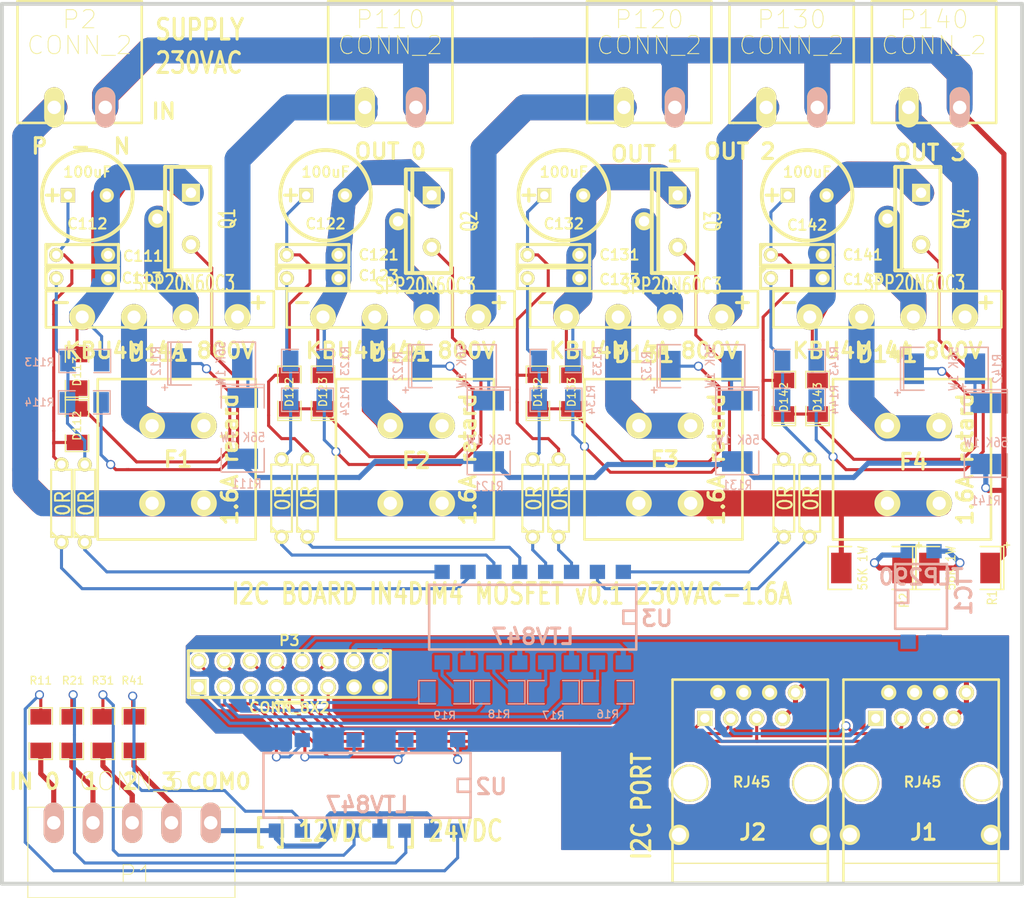
<source format=kicad_pcb>
(kicad_pcb (version 3) (host pcbnew "(2013-jul-07)-stable")
  (title_block (title "4in4out I2C board") (rev 0) (company "XPLDUINO project") (comment 1 "GNU GPL v2") (comment 2 "Domotic Open Source "))
  (layers (15 Dessus signal) (0 Dessous signal) (18 B.Paste user) (19 F.Paste user) (20 B.SilkS user) (21 F.SilkS user) (22 B.Mask user) (23 F.Mask user) (28 Edge.Cuts user))
  (net 0 "")
  (net 1 +5V)
  (net 2 /110D)
  (net 3 /110L)
  (net 4 /110P)
  (net 5 /110S)
  (net 6 /120D)
  (net 7 /120L)
  (net 8 /120M)
  (net 9 /120S)
  (net 10 /130D)
  (net 11 /130L)
  (net 12 /130M)
  (net 13 /130S)
  (net 14 /140D)
  (net 15 /140L)
  (net 16 /140M)
  (net 17 /140S)
  (net 18 /INT)
  (net 19 5V_EXT)
  (net 20 CMD0)
  (net 21 CMD1)
  (net 22 CMD2)
  (net 23 CMD3)
  (net 24 COM0)
  (net 25 GND)
  (net 26 IN0)
  (net 27 IN1)
  (net 28 IN2)
  (net 29 IN3)
  (net 30 L)
  (net 31 N)
  (net 32 N-0000010)
  (net 33 N-0000011)
  (net 34 N-0000012)
  (net 35 N-0000013)
  (net 36 N-0000014)
  (net 37 N-0000015)
  (net 38 N-000002)
  (net 39 N-0000025)
  (net 40 N-0000026)
  (net 41 N-0000035)
  (net 42 N-0000041)
  (net 43 N-0000042)
  (net 44 N-0000046)
  (net 45 N-0000048)
  (net 46 N-0000051)
  (net 47 N-0000053)
  (net 48 N-0000055)
  (net 49 N-0000056)
  (net 50 N-0000057)
  (net 51 N-0000058)
  (net 52 N-0000059)
  (net 53 N-0000060)
  (net 54 N-0000061)
  (net 55 N-0000062)
  (net 56 N-0000067)
  (net 57 N-000007)
  (net 58 N-0000075)
  (net 59 N-0000076)
  (net 60 N-000008)
  (net 61 N-000009)
  (net 62 OUT0)
  (net 63 OUT0_A)
  (net 64 OUT0_B)
  (net 65 OUT1)
  (net 66 OUT1_A)
  (net 67 OUT1_B)
  (net 68 OUT2)
  (net 69 OUT2_A)
  (net 70 OUT2_B)
  (net 71 OUT3)
  (net 72 OUT3_A)
  (net 73 OUT3_B)
  (net 74 SCL)
  (net 75 SDA)
  (net 76 ZC)
  (module SM1206POL (layer Dessus) (at 188.976 107.188 90)
    (fp_text reference D113 (at 0 0 90) (layer F.SilkS) (effects (font (size 0.762 0.762) (thickness 0.127))))
    (fp_text value BZX55 hide)
    (pad 1 smd rect (at -1.651 0 90) (size 1.524 2.032) (layers Dessus F.Paste F.Mask) (net 57 N-000007))
    (pad 2 smd rect (at 1.651 0 90) (size 1.524 2.032) (layers Dessus F.Paste F.Mask) (net 5 /110S))
  )
  (module MOL_CONN_2_H (layer Dessus) (at 189.23 81.28 180)
    (fp_text reference P2 (at 0 8.636 180) (layer F.SilkS) (effects (font (size 1.778 1.778) (thickness 0.0889))))
    (fp_text value CONN_2 (at 0 6.096 180) (layer F.SilkS) (effects (font (size 1.778 1.778) (thickness 0.0889))))
    (pad 1 thru_hole oval (at -2.5146 0 180) (size 1.9812 3.9624) (drill 1.3208) (layers *.Cu *.SilkS *.Mask F.Paste) (net 31 N))
    (pad 2 thru_hole oval (at 2.4892 0 180) (size 1.9812 3.9624) (drill 1.3208) (layers *.Cu *.Mask F.Paste F.SilkS) (net 30 L))
  )
  (module SM1206 (layer Dessous) (at 259.842 109.982 180)
    (fp_text reference R144 (at -3.429 0 270) (layer B.SilkS) (effects (font (size 0.762 0.762) (thickness 0.127)) (justify mirror)))
    (fp_text value 100R hide)
    (pad 1 smd rect (at -1.651 0 180) (size 1.524 2.032) (layers Dessous B.Paste B.Mask) (net 41 N-0000035))
    (pad 2 smd rect (at 1.651 0 180) (size 1.524 2.032) (layers Dessous B.Paste B.Mask) (net 73 OUT3_B))
  )
  (module SM1206 (layer Dessous) (at 259.842 106.172 180)
    (fp_text reference R143 (at -3.429 0 270) (layer B.SilkS) (effects (font (size 0.762 0.762) (thickness 0.127)) (justify mirror)))
    (fp_text value 15K hide)
    (pad 1 smd rect (at -1.651 0 180) (size 1.524 2.032) (layers Dessous B.Paste B.Mask) (net 17 /140S))
    (pad 2 smd rect (at 1.651 0 180) (size 1.524 2.032) (layers Dessous B.Paste B.Mask) (net 73 OUT3_B))
  )
  (module SM2512 (layer Dessous) (at 274.066 106.934)
    (fp_text reference R142 (at 5.207 0 270) (layer B.SilkS) (effects (font (size 0.889 0.762) (thickness 0.127)) (justify mirror)))
    (fp_text value "56K 1W" (at 0.89916 0 270) (layer B.SilkS) (effects (font (size 0.889 0.762) (thickness 0.127)) (justify mirror)))
    (fp_text user + (at -4.59994 2.30124) (layer B.SilkS) (effects (font (size 0.7 0.7)) (justify mirror)))
    (pad 1 smd rect (at -2.99974 0) (size 1.99898 2.99974) (layers Dessous B.Paste B.Mask) (net 42 N-0000041))
    (pad 2 smd rect (at 2.99974 0) (size 1.99898 2.99974) (layers Dessous B.Paste B.Mask) (net 56 N-0000067))
  )
  (module SM2512 (layer Dessous) (at 278.13 113.284 270)
    (fp_text reference R141 (at 6.604 0 540) (layer B.SilkS) (effects (font (size 0.889 0.762) (thickness 0.127)) (justify mirror)))
    (fp_text value "56K 1W" (at 0.89916 0 540) (layer B.SilkS) (effects (font (size 0.889 0.762) (thickness 0.127)) (justify mirror)))
    (fp_text user + (at -4.59994 2.30124 270) (layer B.SilkS) (effects (font (size 0.7 0.7)) (justify mirror)))
    (pad 1 smd rect (at -2.99974 0 270) (size 1.99898 2.99974) (layers Dessous B.Paste B.Mask) (net 56 N-0000067))
    (pad 2 smd rect (at 2.99974 0 270) (size 1.99898 2.99974) (layers Dessous B.Paste B.Mask) (net 31 N))
  )
  (module SM1206 (layer Dessous) (at 235.966 109.982 180)
    (fp_text reference R134 (at -3.429 0 270) (layer B.SilkS) (effects (font (size 0.762 0.762) (thickness 0.127)) (justify mirror)))
    (fp_text value 100R hide)
    (pad 1 smd rect (at -1.651 0 180) (size 1.524 2.032) (layers Dessous B.Paste B.Mask) (net 45 N-0000048))
    (pad 2 smd rect (at 1.651 0 180) (size 1.524 2.032) (layers Dessous B.Paste B.Mask) (net 70 OUT2_B))
  )
  (module SM1206 (layer Dessous) (at 235.966 106.172 180)
    (fp_text reference R133 (at -4.064 0 270) (layer B.SilkS) (effects (font (size 0.762 0.762) (thickness 0.127)) (justify mirror)))
    (fp_text value 15K hide)
    (pad 1 smd rect (at -1.651 0 180) (size 1.524 2.032) (layers Dessous B.Paste B.Mask) (net 13 /130S))
    (pad 2 smd rect (at 1.651 0 180) (size 1.524 2.032) (layers Dessous B.Paste B.Mask) (net 70 OUT2_B))
  )
  (module SM2512 (layer Dessous) (at 250.19 106.68)
    (fp_text reference R132 (at -5.334 0 270) (layer B.SilkS) (effects (font (size 0.889 0.762) (thickness 0.127)) (justify mirror)))
    (fp_text value "56K 1W" (at 0.89916 0 270) (layer B.SilkS) (effects (font (size 0.889 0.762) (thickness 0.127)) (justify mirror)))
    (fp_text user + (at -4.59994 2.30124) (layer B.SilkS) (effects (font (size 0.7 0.7)) (justify mirror)))
    (pad 1 smd rect (at -2.99974 0) (size 1.99898 2.99974) (layers Dessous B.Paste B.Mask) (net 46 N-0000051))
    (pad 2 smd rect (at 2.99974 0) (size 1.99898 2.99974) (layers Dessous B.Paste B.Mask) (net 59 N-0000076))
  )
  (module SM2512 (layer Dessous) (at 253.746 113.03 270)
    (fp_text reference R131 (at 5.334 0 540) (layer B.SilkS) (effects (font (size 0.889 0.762) (thickness 0.127)) (justify mirror)))
    (fp_text value "56K 1W" (at 0.89916 0 540) (layer B.SilkS) (effects (font (size 0.889 0.762) (thickness 0.127)) (justify mirror)))
    (fp_text user + (at -4.59994 2.30124 270) (layer B.SilkS) (effects (font (size 0.7 0.7)) (justify mirror)))
    (pad 1 smd rect (at -2.99974 0 270) (size 1.99898 2.99974) (layers Dessous B.Paste B.Mask) (net 59 N-0000076))
    (pad 2 smd rect (at 2.99974 0 270) (size 1.99898 2.99974) (layers Dessous B.Paste B.Mask) (net 31 N))
  )
  (module SM1206 (layer Dessous) (at 211.582 109.982 180)
    (fp_text reference R124 (at -3.683 -0.127 270) (layer B.SilkS) (effects (font (size 0.762 0.762) (thickness 0.127)) (justify mirror)))
    (fp_text value 100R hide)
    (pad 1 smd rect (at -1.651 0 180) (size 1.524 2.032) (layers Dessous B.Paste B.Mask) (net 43 N-0000042))
    (pad 2 smd rect (at 1.651 0 180) (size 1.524 2.032) (layers Dessous B.Paste B.Mask) (net 67 OUT1_B))
  )
  (module SM1206 (layer Dessous) (at 211.582 106.172 180)
    (fp_text reference R123 (at -3.683 0 270) (layer B.SilkS) (effects (font (size 0.762 0.762) (thickness 0.127)) (justify mirror)))
    (fp_text value 15K hide)
    (pad 1 smd rect (at -1.651 0 180) (size 1.524 2.032) (layers Dessous B.Paste B.Mask) (net 9 /120S))
    (pad 2 smd rect (at 1.651 0 180) (size 1.524 2.032) (layers Dessous B.Paste B.Mask) (net 67 OUT1_B))
  )
  (module SM1206 (layer Dessous) (at 189.6872 110.236 180)
    (fp_text reference R114 (at 4.3942 0 180) (layer B.SilkS) (effects (font (size 0.762 0.762) (thickness 0.127)) (justify mirror)))
    (fp_text value 100R hide)
    (pad 1 smd rect (at -1.651 0 180) (size 1.524 2.032) (layers Dessous B.Paste B.Mask) (net 38 N-000002))
    (pad 2 smd rect (at 1.651 0 180) (size 1.524 2.032) (layers Dessous B.Paste B.Mask) (net 64 OUT0_B))
  )
  (module SM1206 (layer Dessous) (at 189.738 106.172 180)
    (fp_text reference R113 (at 4.445 -0.127 180) (layer B.SilkS) (effects (font (size 0.762 0.762) (thickness 0.127)) (justify mirror)))
    (fp_text value 15K hide)
    (pad 1 smd rect (at -1.651 0 180) (size 1.524 2.032) (layers Dessous B.Paste B.Mask) (net 5 /110S))
    (pad 2 smd rect (at 1.651 0 180) (size 1.524 2.032) (layers Dessous B.Paste B.Mask) (net 64 OUT0_B))
  )
  (module SM2512 (layer Dessous) (at 202.184 106.426)
    (fp_text reference R112 (at -5.461 -0.254 270) (layer B.SilkS) (effects (font (size 0.889 0.762) (thickness 0.127)) (justify mirror)))
    (fp_text value "56K 1W" (at 0.89916 0 270) (layer B.SilkS) (effects (font (size 0.889 0.762) (thickness 0.127)) (justify mirror)))
    (fp_text user + (at -4.59994 2.30124) (layer B.SilkS) (effects (font (size 0.7 0.7)) (justify mirror)))
    (pad 1 smd rect (at -2.99974 0) (size 1.99898 2.99974) (layers Dessous B.Paste B.Mask) (net 57 N-000007))
    (pad 2 smd rect (at 2.99974 0) (size 1.99898 2.99974) (layers Dessous B.Paste B.Mask) (net 55 N-0000062))
  )
  (module SM2512 (layer Dessous) (at 205.232 112.776 270)
    (fp_text reference R111 (at 5.461 -0.381 540) (layer B.SilkS) (effects (font (size 0.889 0.762) (thickness 0.127)) (justify mirror)))
    (fp_text value "56K 1W" (at 0.89916 0 540) (layer B.SilkS) (effects (font (size 0.889 0.762) (thickness 0.127)) (justify mirror)))
    (fp_text user + (at -4.59994 2.30124 270) (layer B.SilkS) (effects (font (size 0.7 0.7)) (justify mirror)))
    (pad 1 smd rect (at -2.99974 0 270) (size 1.99898 2.99974) (layers Dessous B.Paste B.Mask) (net 55 N-0000062))
    (pad 2 smd rect (at 2.99974 0 270) (size 1.99898 2.99974) (layers Dessous B.Paste B.Mask) (net 31 N))
  )
  (module SM1206 (layer Dessous) (at 225.044 138.684)
    (fp_text reference R19 (at 0 2.286) (layer B.SilkS) (effects (font (size 0.762 0.762) (thickness 0.127)) (justify mirror)))
    (fp_text value 310 hide)
    (pad 1 smd rect (at -1.651 0) (size 1.524 2.032) (layers Dessous B.Paste B.Mask) (net 71 OUT3))
    (pad 2 smd rect (at 1.651 0) (size 1.524 2.032) (layers Dessous B.Paste B.Mask) (net 50 N-0000057))
  )
  (module SM1206 (layer Dessous) (at 230.378 138.684)
    (fp_text reference R18 (at 0 2.159) (layer B.SilkS) (effects (font (size 0.762 0.762) (thickness 0.127)) (justify mirror)))
    (fp_text value 310 hide)
    (pad 1 smd rect (at -1.651 0) (size 1.524 2.032) (layers Dessous B.Paste B.Mask) (net 68 OUT2))
    (pad 2 smd rect (at 1.651 0) (size 1.524 2.032) (layers Dessous B.Paste B.Mask) (net 49 N-0000056))
  )
  (module SM1206 (layer Dessous) (at 235.712 138.684 180)
    (fp_text reference R17 (at 0 -2.286 180) (layer B.SilkS) (effects (font (size 0.762 0.762) (thickness 0.127)) (justify mirror)))
    (fp_text value 310 hide)
    (pad 1 smd rect (at -1.651 0 180) (size 1.524 2.032) (layers Dessous B.Paste B.Mask) (net 65 OUT1))
    (pad 2 smd rect (at 1.651 0 180) (size 1.524 2.032) (layers Dessous B.Paste B.Mask) (net 48 N-0000055))
  )
  (module SM1206 (layer Dessous) (at 241.046 138.684 180)
    (fp_text reference R16 (at 0 -2.159 180) (layer B.SilkS) (effects (font (size 0.762 0.762) (thickness 0.127)) (justify mirror)))
    (fp_text value 310 hide)
    (pad 1 smd rect (at -1.651 0 180) (size 1.524 2.032) (layers Dessous B.Paste B.Mask) (net 62 OUT0))
    (pad 2 smd rect (at 1.651 0 180) (size 1.524 2.032) (layers Dessous B.Paste B.Mask) (net 47 N-0000053))
  )
  (module FUSEHOLDER_811 (layer Dessus) (at 271.018 115.824 90)
    (fp_text reference F4 (at -0.254 0 180) (layer F.SilkS) (effects (font (size 1.524 1.524) (thickness 0.3048))))
    (fp_text value "1.6A retard" (at 0 5.08 90) (layer F.SilkS) (effects (font (size 1.524 1.524) (thickness 0.3048))))
    (pad 1 thru_hole circle (at -4.318 -2.54 90) (size 2.54 2.54) (drill 1.3) (layers *.Cu *.Mask F.SilkS) (net 30 L))
    (pad 2 thru_hole circle (at 3.302 -2.54 90) (size 2.54 2.54) (drill 1.3) (layers *.Cu *.Mask F.SilkS) (net 15 /140L))
    (pad 1 thru_hole circle (at -4.318 2.54 90) (size 2.54 2.54) (drill 1.3) (layers *.Cu *.Mask F.SilkS) (net 30 L))
    (pad 2 thru_hole circle (at 3.302 2.54 90) (size 2.54 2.54) (drill 1.3) (layers *.Cu *.Mask F.SilkS) (net 15 /140L))
  )
  (module FUSEHOLDER_811 (layer Dessus) (at 246.634 115.824 90)
    (fp_text reference F3 (at 0 0 180) (layer F.SilkS) (effects (font (size 1.524 1.524) (thickness 0.3048))))
    (fp_text value "1.6A retard" (at 0 5.08 90) (layer F.SilkS) (effects (font (size 1.524 1.524) (thickness 0.3048))))
    (pad 1 thru_hole circle (at -4.318 -2.54 90) (size 2.54 2.54) (drill 1.3) (layers *.Cu *.Mask F.SilkS) (net 30 L))
    (pad 2 thru_hole circle (at 3.302 -2.54 90) (size 2.54 2.54) (drill 1.3) (layers *.Cu *.Mask F.SilkS) (net 11 /130L))
    (pad 1 thru_hole circle (at -4.318 2.54 90) (size 2.54 2.54) (drill 1.3) (layers *.Cu *.Mask F.SilkS) (net 30 L))
    (pad 2 thru_hole circle (at 3.302 2.54 90) (size 2.54 2.54) (drill 1.3) (layers *.Cu *.Mask F.SilkS) (net 11 /130L))
  )
  (module FUSEHOLDER_811 (layer Dessus) (at 222.25 115.824 90)
    (fp_text reference F2 (at -0.127 0 180) (layer F.SilkS) (effects (font (size 1.524 1.524) (thickness 0.3048))))
    (fp_text value "1.6A retard" (at 0 5.08 90) (layer F.SilkS) (effects (font (size 1.524 1.524) (thickness 0.3048))))
    (pad 1 thru_hole circle (at -4.318 -2.54 90) (size 2.54 2.54) (drill 1.3) (layers *.Cu *.Mask F.SilkS) (net 30 L))
    (pad 2 thru_hole circle (at 3.302 -2.54 90) (size 2.54 2.54) (drill 1.3) (layers *.Cu *.Mask F.SilkS) (net 7 /120L))
    (pad 1 thru_hole circle (at -4.318 2.54 90) (size 2.54 2.54) (drill 1.3) (layers *.Cu *.Mask F.SilkS) (net 30 L))
    (pad 2 thru_hole circle (at 3.302 2.54 90) (size 2.54 2.54) (drill 1.3) (layers *.Cu *.Mask F.SilkS) (net 7 /120L))
  )
  (module FUSEHOLDER_811 (layer Dessus) (at 198.882 115.824 90)
    (fp_text reference F1 (at 0 0 180) (layer F.SilkS) (effects (font (size 1.524 1.524) (thickness 0.3048))))
    (fp_text value "1.6A retard" (at 0 5.08 90) (layer F.SilkS) (effects (font (size 1.524 1.524) (thickness 0.3048))))
    (pad 1 thru_hole circle (at -4.318 -2.54 90) (size 2.54 2.54) (drill 1.3) (layers *.Cu *.Mask F.SilkS) (net 30 L))
    (pad 2 thru_hole circle (at 3.302 -2.54 90) (size 2.54 2.54) (drill 1.3) (layers *.Cu *.Mask F.SilkS) (net 3 /110L))
    (pad 1 thru_hole circle (at -4.318 2.54 90) (size 2.54 2.54) (drill 1.3) (layers *.Cu *.Mask F.SilkS) (net 30 L))
    (pad 2 thru_hole circle (at 3.302 2.54 90) (size 2.54 2.54) (drill 1.3) (layers *.Cu *.Mask F.SilkS) (net 3 /110L))
  )
  (module SM1206POL (layer Dessus) (at 261.62 109.728 90)
    (fp_text reference D143 (at 0 0 90) (layer F.SilkS) (effects (font (size 0.762 0.762) (thickness 0.127))))
    (fp_text value BZX55 hide)
    (pad 1 smd rect (at -1.651 0 90) (size 1.524 2.032) (layers Dessus F.Paste F.Mask) (net 42 N-0000041))
    (pad 2 smd rect (at 1.651 0 90) (size 1.524 2.032) (layers Dessus F.Paste F.Mask) (net 17 /140S))
  )
  (module SM1206POL (layer Dessus) (at 258.318 109.728 90)
    (fp_text reference D142 (at 0 0 90) (layer F.SilkS) (effects (font (size 0.762 0.762) (thickness 0.127))))
    (fp_text value 1N5062 hide)
    (pad 1 smd rect (at -1.651 0 90) (size 1.524 2.032) (layers Dessus F.Paste F.Mask) (net 42 N-0000041))
    (pad 2 smd rect (at 1.651 0 90) (size 1.524 2.032) (layers Dessus F.Paste F.Mask) (net 72 OUT3_A))
  )
  (module GBU-4L (layer Dessus) (at 268.478 101.854)
    (fp_text reference D141 (at 0 3.683) (layer F.SilkS) (effects (font (size 1.524 1.524) (thickness 0.3048))))
    (fp_text value "KBU4M 4A 800V" (at 0 3.302) (layer F.SilkS) (effects (font (size 1.524 1.524) (thickness 0.3048))))
    (fp_text user + (at 9.652 -1.524) (layer F.SilkS) (effects (font (size 1.524 1.524) (thickness 0.3048))))
    (fp_text user - (at -9.652 -1.524) (layer F.SilkS) (effects (font (size 1.524 1.524) (thickness 0.3048))))
    (pad 1 thru_hole circle (at -7.62 0) (size 2.54 2.54) (drill 1.27) (layers *.Cu *.Mask F.SilkS) (net 17 /140S))
    (pad 2 thru_hole circle (at -2.54 0) (size 2.54 2.54) (drill 1.27) (layers *.Cu *.Mask F.SilkS) (net 15 /140L))
    (pad 3 thru_hole circle (at 2.54 0) (size 2.54 2.54) (drill 1.27) (layers *.Cu *.Mask F.SilkS) (net 14 /140D))
    (pad 4 thru_hole circle (at 7.62 0) (size 2.54 2.54) (drill 1.27) (layers *.Cu *.Mask F.SilkS) (net 16 /140M))
  )
  (module SM1206POL (layer Dessus) (at 237.49 109.22 90)
    (fp_text reference D133 (at 0 0 90) (layer F.SilkS) (effects (font (size 0.762 0.762) (thickness 0.127))))
    (fp_text value BZX55 hide)
    (pad 1 smd rect (at -1.651 0 90) (size 1.524 2.032) (layers Dessus F.Paste F.Mask) (net 46 N-0000051))
    (pad 2 smd rect (at 1.651 0 90) (size 1.524 2.032) (layers Dessus F.Paste F.Mask) (net 13 /130S))
  )
  (module SM1206POL (layer Dessus) (at 234.188 109.22 90)
    (fp_text reference D132 (at 0 0 90) (layer F.SilkS) (effects (font (size 0.762 0.762) (thickness 0.127))))
    (fp_text value 1N5062 hide)
    (pad 1 smd rect (at -1.651 0 90) (size 1.524 2.032) (layers Dessus F.Paste F.Mask) (net 46 N-0000051))
    (pad 2 smd rect (at 1.651 0 90) (size 1.524 2.032) (layers Dessus F.Paste F.Mask) (net 69 OUT2_A))
  )
  (module GBU-4L (layer Dessus) (at 244.602 101.854)
    (fp_text reference D131 (at 0 3.683) (layer F.SilkS) (effects (font (size 1.524 1.524) (thickness 0.3048))))
    (fp_text value "KBU4M 4A 800V" (at 0 3.302) (layer F.SilkS) (effects (font (size 1.524 1.524) (thickness 0.3048))))
    (fp_text user + (at 9.652 -1.524) (layer F.SilkS) (effects (font (size 1.524 1.524) (thickness 0.3048))))
    (fp_text user - (at -9.652 -1.524) (layer F.SilkS) (effects (font (size 1.524 1.524) (thickness 0.3048))))
    (pad 1 thru_hole circle (at -7.62 0) (size 2.54 2.54) (drill 1.27) (layers *.Cu *.Mask F.SilkS) (net 13 /130S))
    (pad 2 thru_hole circle (at -2.54 0) (size 2.54 2.54) (drill 1.27) (layers *.Cu *.Mask F.SilkS) (net 11 /130L))
    (pad 3 thru_hole circle (at 2.54 0) (size 2.54 2.54) (drill 1.27) (layers *.Cu *.Mask F.SilkS) (net 10 /130D))
    (pad 4 thru_hole circle (at 7.62 0) (size 2.54 2.54) (drill 1.27) (layers *.Cu *.Mask F.SilkS) (net 12 /130M))
  )
  (module SM1206POL (layer Dessus) (at 213.106 109.22 90)
    (fp_text reference D123 (at 0 0 90) (layer F.SilkS) (effects (font (size 0.762 0.762) (thickness 0.127))))
    (fp_text value BZX55 hide)
    (pad 1 smd rect (at -1.651 0 90) (size 1.524 2.032) (layers Dessus F.Paste F.Mask) (net 44 N-0000046))
    (pad 2 smd rect (at 1.651 0 90) (size 1.524 2.032) (layers Dessus F.Paste F.Mask) (net 9 /120S))
  )
  (module SM1206POL (layer Dessus) (at 209.804 109.22 90)
    (fp_text reference D122 (at 0 0 90) (layer F.SilkS) (effects (font (size 0.762 0.762) (thickness 0.127))))
    (fp_text value 1N5062 hide)
    (pad 1 smd rect (at -1.651 0 90) (size 1.524 2.032) (layers Dessus F.Paste F.Mask) (net 44 N-0000046))
    (pad 2 smd rect (at 1.651 0 90) (size 1.524 2.032) (layers Dessus F.Paste F.Mask) (net 66 OUT1_A))
  )
  (module GBU-4L (layer Dessus) (at 220.726 101.854)
    (fp_text reference D121 (at 0 3.556) (layer F.SilkS) (effects (font (size 1.524 1.524) (thickness 0.3048))))
    (fp_text value "KBU4M 4A 800V" (at 0 3.302) (layer F.SilkS) (effects (font (size 1.524 1.524) (thickness 0.3048))))
    (fp_text user + (at 9.652 -1.524) (layer F.SilkS) (effects (font (size 1.524 1.524) (thickness 0.3048))))
    (fp_text user - (at -9.652 -1.524) (layer F.SilkS) (effects (font (size 1.524 1.524) (thickness 0.3048))))
    (pad 1 thru_hole circle (at -7.62 0) (size 2.54 2.54) (drill 1.27) (layers *.Cu *.Mask F.SilkS) (net 9 /120S))
    (pad 2 thru_hole circle (at -2.54 0) (size 2.54 2.54) (drill 1.27) (layers *.Cu *.Mask F.SilkS) (net 7 /120L))
    (pad 3 thru_hole circle (at 2.54 0) (size 2.54 2.54) (drill 1.27) (layers *.Cu *.Mask F.SilkS) (net 6 /120D))
    (pad 4 thru_hole circle (at 7.62 0) (size 2.54 2.54) (drill 1.27) (layers *.Cu *.Mask F.SilkS) (net 8 /120M))
  )
  (module SM1206POL (layer Dessus) (at 188.976 112.522 270)
    (fp_text reference D112 (at 0 0 270) (layer F.SilkS) (effects (font (size 0.762 0.762) (thickness 0.127))))
    (fp_text value 1N5062 hide)
    (pad 1 smd rect (at -1.651 0 270) (size 1.524 2.032) (layers Dessus F.Paste F.Mask) (net 57 N-000007))
    (pad 2 smd rect (at 1.651 0 270) (size 1.524 2.032) (layers Dessus F.Paste F.Mask) (net 63 OUT0_A))
  )
  (module GBU-4L (layer Dessus) (at 197.104 101.854)
    (fp_text reference D111 (at -0.127 3.556) (layer F.SilkS) (effects (font (size 1.524 1.524) (thickness 0.3048))))
    (fp_text value "KBU4M 4A 800V" (at 0 3.302) (layer F.SilkS) (effects (font (size 1.524 1.524) (thickness 0.3048))))
    (fp_text user + (at 9.652 -1.524) (layer F.SilkS) (effects (font (size 1.524 1.524) (thickness 0.3048))))
    (fp_text user - (at -9.652 -1.524) (layer F.SilkS) (effects (font (size 1.524 1.524) (thickness 0.3048))))
    (pad 1 thru_hole circle (at -7.62 0) (size 2.54 2.54) (drill 1.27) (layers *.Cu *.Mask F.SilkS) (net 5 /110S))
    (pad 2 thru_hole circle (at -2.54 0) (size 2.54 2.54) (drill 1.27) (layers *.Cu *.Mask F.SilkS) (net 3 /110L))
    (pad 3 thru_hole circle (at 2.54 0) (size 2.54 2.54) (drill 1.27) (layers *.Cu *.Mask F.SilkS) (net 2 /110D))
    (pad 4 thru_hole circle (at 7.62 0) (size 2.54 2.54) (drill 1.27) (layers *.Cu *.Mask F.SilkS) (net 4 /110P))
  )
  (module C2 (layer Dessus) (at 259.588 98.044)
    (fp_text reference C143 (at 6.477 0.127) (layer F.SilkS) (effects (font (size 1.016 1.016) (thickness 0.2032))))
    (fp_text value 10nF hide)
    (pad 1 thru_hole circle (at -2.54 0) (size 1.397 1.397) (drill 0.8128) (layers *.Cu *.Mask F.SilkS) (net 73 OUT3_B))
    (pad 2 thru_hole circle (at 2.54 0) (size 1.397 1.397) (drill 0.8128) (layers *.Cu *.Mask F.SilkS) (net 17 /140S))
  )
  (module C1.5V8V (layer Dessus) (at 260.604 89.916)
    (fp_text reference C142 (at 0 2.921) (layer F.SilkS) (effects (font (size 1.016 1.016) (thickness 0.2032))))
    (fp_text value 100uF (at 0 -2.286) (layer F.SilkS) (effects (font (size 1.016 1.016) (thickness 0.2032))))
    (fp_text user + (at -3.429 -0.127) (layer F.SilkS) (effects (font (size 1.524 1.524) (thickness 0.3048))))
    (pad 1 thru_hole rect (at -1.905 0) (size 1.397 1.397) (drill 0.8128) (layers *.Cu *.Mask F.SilkS) (net 72 OUT3_A))
    (pad 2 thru_hole circle (at 1.905 0) (size 1.397 1.397) (drill 0.8128) (layers *.Cu *.Mask F.SilkS) (net 17 /140S))
  )
  (module C2 (layer Dessus) (at 259.588 95.758)
    (fp_text reference C141 (at 6.477 0) (layer F.SilkS) (effects (font (size 1.016 1.016) (thickness 0.2032))))
    (fp_text value 0.1uF hide)
    (pad 1 thru_hole circle (at -2.54 0) (size 1.397 1.397) (drill 0.8128) (layers *.Cu *.Mask F.SilkS) (net 72 OUT3_A))
    (pad 2 thru_hole circle (at 2.54 0) (size 1.397 1.397) (drill 0.8128) (layers *.Cu *.Mask F.SilkS) (net 17 /140S))
  )
  (module C2 (layer Dessus) (at 235.712 98.044)
    (fp_text reference C133 (at 6.477 0.127) (layer F.SilkS) (effects (font (size 1.016 1.016) (thickness 0.2032))))
    (fp_text value 10nF hide)
    (pad 1 thru_hole circle (at -2.54 0) (size 1.397 1.397) (drill 0.8128) (layers *.Cu *.Mask F.SilkS) (net 70 OUT2_B))
    (pad 2 thru_hole circle (at 2.54 0) (size 1.397 1.397) (drill 0.8128) (layers *.Cu *.Mask F.SilkS) (net 13 /130S))
  )
  (module C1.5V8V (layer Dessus) (at 236.728 89.916)
    (fp_text reference C132 (at 0 2.794) (layer F.SilkS) (effects (font (size 1.016 1.016) (thickness 0.2032))))
    (fp_text value 100uF (at 0 -2.286) (layer F.SilkS) (effects (font (size 1.016 1.016) (thickness 0.2032))))
    (fp_text user + (at -3.429 -0.127) (layer F.SilkS) (effects (font (size 1.524 1.524) (thickness 0.3048))))
    (pad 1 thru_hole rect (at -1.905 0) (size 1.397 1.397) (drill 0.8128) (layers *.Cu *.Mask F.SilkS) (net 69 OUT2_A))
    (pad 2 thru_hole circle (at 1.905 0) (size 1.397 1.397) (drill 0.8128) (layers *.Cu *.Mask F.SilkS) (net 13 /130S))
  )
  (module C2 (layer Dessus) (at 235.712 95.758)
    (fp_text reference C131 (at 6.477 0) (layer F.SilkS) (effects (font (size 1.016 1.016) (thickness 0.2032))))
    (fp_text value 0.1uF hide)
    (pad 1 thru_hole circle (at -2.54 0) (size 1.397 1.397) (drill 0.8128) (layers *.Cu *.Mask F.SilkS) (net 69 OUT2_A))
    (pad 2 thru_hole circle (at 2.54 0) (size 1.397 1.397) (drill 0.8128) (layers *.Cu *.Mask F.SilkS) (net 13 /130S))
  )
  (module C2 (layer Dessus) (at 212.09 98.044)
    (fp_text reference C123 (at 6.477 -0.254) (layer F.SilkS) (effects (font (size 1.016 1.016) (thickness 0.2032))))
    (fp_text value 10nF hide)
    (pad 1 thru_hole circle (at -2.54 0) (size 1.397 1.397) (drill 0.8128) (layers *.Cu *.Mask F.SilkS) (net 67 OUT1_B))
    (pad 2 thru_hole circle (at 2.54 0) (size 1.397 1.397) (drill 0.8128) (layers *.Cu *.Mask F.SilkS) (net 9 /120S))
  )
  (module C1.5V8V (layer Dessus) (at 213.36 89.916)
    (fp_text reference C122 (at 0 2.794) (layer F.SilkS) (effects (font (size 1.016 1.016) (thickness 0.2032))))
    (fp_text value 100uF (at 0 -2.286) (layer F.SilkS) (effects (font (size 1.016 1.016) (thickness 0.2032))))
    (fp_text user + (at -3.429 -0.127) (layer F.SilkS) (effects (font (size 1.524 1.524) (thickness 0.3048))))
    (pad 1 thru_hole rect (at -1.905 0) (size 1.397 1.397) (drill 0.8128) (layers *.Cu *.Mask F.SilkS) (net 66 OUT1_A))
    (pad 2 thru_hole circle (at 1.905 0) (size 1.397 1.397) (drill 0.8128) (layers *.Cu *.Mask F.SilkS) (net 9 /120S))
  )
  (module C2 (layer Dessus) (at 212.09 95.758)
    (fp_text reference C121 (at 6.477 0 180) (layer F.SilkS) (effects (font (size 1.016 1.016) (thickness 0.2032))))
    (fp_text value 0.1uF hide)
    (pad 1 thru_hole circle (at -2.54 0) (size 1.397 1.397) (drill 0.8128) (layers *.Cu *.Mask F.SilkS) (net 66 OUT1_A))
    (pad 2 thru_hole circle (at 2.54 0) (size 1.397 1.397) (drill 0.8128) (layers *.Cu *.Mask F.SilkS) (net 9 /120S))
  )
  (module C2 (layer Dessus) (at 189.484 98.044)
    (fp_text reference C113 (at 5.842 0) (layer F.SilkS) (effects (font (size 1.016 1.016) (thickness 0.2032))))
    (fp_text value 10nF hide)
    (pad 1 thru_hole circle (at -2.54 0) (size 1.397 1.397) (drill 0.8128) (layers *.Cu *.Mask F.SilkS) (net 64 OUT0_B))
    (pad 2 thru_hole circle (at 2.54 0) (size 1.397 1.397) (drill 0.8128) (layers *.Cu *.Mask F.SilkS) (net 5 /110S))
  )
  (module C1.5V8V (layer Dessus) (at 189.992 89.916)
    (fp_text reference C112 (at 0 2.794) (layer F.SilkS) (effects (font (size 1.016 1.016) (thickness 0.2032))))
    (fp_text value 100uF (at 0 -2.286) (layer F.SilkS) (effects (font (size 1.016 1.016) (thickness 0.2032))))
    (fp_text user + (at -3.429 -0.127) (layer F.SilkS) (effects (font (size 1.524 1.524) (thickness 0.3048))))
    (pad 1 thru_hole rect (at -1.905 0) (size 1.397 1.397) (drill 0.8128) (layers *.Cu *.Mask F.SilkS) (net 63 OUT0_A))
    (pad 2 thru_hole circle (at 1.905 0) (size 1.397 1.397) (drill 0.8128) (layers *.Cu *.Mask F.SilkS) (net 5 /110S))
  )
  (module C2 (layer Dessus) (at 189.484 95.758)
    (fp_text reference C111 (at 5.969 0.127) (layer F.SilkS) (effects (font (size 1.016 1.016) (thickness 0.2032))))
    (fp_text value 0.1uF hide)
    (pad 1 thru_hole circle (at -2.54 0) (size 1.397 1.397) (drill 0.8128) (layers *.Cu *.Mask F.SilkS) (net 63 OUT0_A))
    (pad 2 thru_hole circle (at 2.54 0) (size 1.397 1.397) (drill 0.8128) (layers *.Cu *.Mask F.SilkS) (net 5 /110S))
  )
  (module RJ45_BASIC (layer Dessus) (at 271.78 147.606)
    (fp_text reference J1 (at 0.254 4.826) (layer F.SilkS) (effects (font (size 1.524 1.524) (thickness 0.3048))))
    (fp_text value RJ45 (at 0.14224 -0.1016) (layer F.SilkS) (effects (font (size 1.00076 1.00076) (thickness 0.2032))))
    (pad Hole thru_hole circle (at 5.93852 0) (size 3.64998 3.64998) (drill 3.2512) (layers *.Cu *.Mask F.SilkS))
    (pad Hole thru_hole circle (at -5.9309 0) (size 3.64998 3.64998) (drill 3.2512) (layers *.Cu *.Mask F.SilkS))
    (pad 1 thru_hole rect (at -4.445 -6.35) (size 1.50114 1.50114) (drill 0.89916) (layers *.Cu *.Mask F.SilkS) (net 75 SDA))
    (pad 2 thru_hole circle (at -3.175 -8.89) (size 1.50114 1.50114) (drill 0.89916) (layers *.Cu *.Mask F.SilkS) (net 25 GND))
    (pad 3 thru_hole circle (at -1.905 -6.35) (size 1.50114 1.50114) (drill 0.89916) (layers *.Cu *.Mask F.SilkS) (net 74 SCL))
    (pad 4 thru_hole circle (at -0.635 -8.89) (size 1.50114 1.50114) (drill 0.89916) (layers *.Cu *.Mask F.SilkS) (net 25 GND))
    (pad 5 thru_hole circle (at 0.635 -6.35) (size 1.50114 1.50114) (drill 0.89916) (layers *.Cu *.Mask F.SilkS) (net 18 /INT))
    (pad 6 thru_hole circle (at 1.905 -8.89) (size 1.50114 1.50114) (drill 0.89916) (layers *.Cu *.Mask F.SilkS) (net 25 GND))
    (pad 7 thru_hole circle (at 3.175 -6.35) (size 1.50114 1.50114) (drill 0.89916) (layers *.Cu *.Mask F.SilkS) (net 19 5V_EXT))
    (pad 8 thru_hole circle (at 4.445 -8.89) (size 1.50114 1.50114) (drill 0.89916) (layers *.Cu *.Mask F.SilkS) (net 19 5V_EXT))
    (pad 9 thru_hole circle (at -6.985 5.08) (size 2 2) (drill 1.4) (layers *.Cu *.Mask F.SilkS) (net 25 GND))
    (pad 9 thru_hole circle (at 6.858 5.08) (size 2 2) (drill 1.4) (layers *.Cu *.Mask F.SilkS) (net 25 GND))
  )
  (module RJ45_BASIC (layer Dessus) (at 255.016 147.606)
    (fp_text reference J2 (at 0.254 4.826) (layer F.SilkS) (effects (font (size 1.524 1.524) (thickness 0.3048))))
    (fp_text value RJ45 (at 0.14224 -0.1016) (layer F.SilkS) (effects (font (size 1.00076 1.00076) (thickness 0.2032))))
    (pad Hole thru_hole circle (at 5.93852 0) (size 3.64998 3.64998) (drill 3.2512) (layers *.Cu *.Mask F.SilkS))
    (pad Hole thru_hole circle (at -5.9309 0) (size 3.64998 3.64998) (drill 3.2512) (layers *.Cu *.Mask F.SilkS))
    (pad 1 thru_hole rect (at -4.445 -6.35) (size 1.50114 1.50114) (drill 0.89916) (layers *.Cu *.Mask F.SilkS) (net 75 SDA))
    (pad 2 thru_hole circle (at -3.175 -8.89) (size 1.50114 1.50114) (drill 0.89916) (layers *.Cu *.Mask F.SilkS) (net 25 GND))
    (pad 3 thru_hole circle (at -1.905 -6.35) (size 1.50114 1.50114) (drill 0.89916) (layers *.Cu *.Mask F.SilkS) (net 74 SCL))
    (pad 4 thru_hole circle (at -0.635 -8.89) (size 1.50114 1.50114) (drill 0.89916) (layers *.Cu *.Mask F.SilkS) (net 25 GND))
    (pad 5 thru_hole circle (at 0.635 -6.35) (size 1.50114 1.50114) (drill 0.89916) (layers *.Cu *.Mask F.SilkS) (net 18 /INT))
    (pad 6 thru_hole circle (at 1.905 -8.89) (size 1.50114 1.50114) (drill 0.89916) (layers *.Cu *.Mask F.SilkS) (net 25 GND))
    (pad 7 thru_hole circle (at 3.175 -6.35) (size 1.50114 1.50114) (drill 0.89916) (layers *.Cu *.Mask F.SilkS) (net 19 5V_EXT))
    (pad 8 thru_hole circle (at 4.445 -8.89) (size 1.50114 1.50114) (drill 0.89916) (layers *.Cu *.Mask F.SilkS) (net 19 5V_EXT))
    (pad 9 thru_hole circle (at -6.985 5.08) (size 2 2) (drill 1.4) (layers *.Cu *.Mask F.SilkS) (net 25 GND))
    (pad 9 thru_hole circle (at 6.858 5.08) (size 2 2) (drill 1.4) (layers *.Cu *.Mask F.SilkS) (net 25 GND))
  )
  (module MOL_CONN_2_H (layer Dessus) (at 273.05 81.28 180)
    (fp_text reference P140 (at 0 8.636 180) (layer F.SilkS) (effects (font (size 1.778 1.778) (thickness 0.0889))))
    (fp_text value CONN_2 (at 0 6.096 180) (layer F.SilkS) (effects (font (size 1.778 1.778) (thickness 0.0889))))
    (pad 1 thru_hole oval (at -2.5146 0 180) (size 1.9812 3.9624) (drill 1.3208) (layers *.Cu *.SilkS *.Mask F.Paste) (net 31 N))
    (pad 2 thru_hole oval (at 2.4892 0 180) (size 1.9812 3.9624) (drill 1.3208) (layers *.Cu *.Mask F.Paste F.SilkS) (net 16 /140M))
  )
  (module MOL_CONN_2_H (layer Dessus) (at 259.08 81.28 180)
    (fp_text reference P130 (at 0 8.636 180) (layer F.SilkS) (effects (font (size 1.778 1.778) (thickness 0.0889))))
    (fp_text value CONN_2 (at 0 6.096 180) (layer F.SilkS) (effects (font (size 1.778 1.778) (thickness 0.0889))))
    (pad 1 thru_hole oval (at -2.5146 0 180) (size 1.9812 3.9624) (drill 1.3208) (layers *.Cu *.SilkS *.Mask F.Paste) (net 31 N))
    (pad 2 thru_hole oval (at 2.4892 0 180) (size 1.9812 3.9624) (drill 1.3208) (layers *.Cu *.Mask F.Paste F.SilkS) (net 12 /130M))
  )
  (module MOL_CONN_2_H (layer Dessus) (at 245.11 81.28 180)
    (fp_text reference P120 (at 0 8.636 180) (layer F.SilkS) (effects (font (size 1.778 1.778) (thickness 0.0889))))
    (fp_text value CONN_2 (at 0 6.096 180) (layer F.SilkS) (effects (font (size 1.778 1.778) (thickness 0.0889))))
    (pad 1 thru_hole oval (at -2.5146 0 180) (size 1.9812 3.9624) (drill 1.3208) (layers *.Cu *.SilkS *.Mask F.Paste) (net 31 N))
    (pad 2 thru_hole oval (at 2.4892 0 180) (size 1.9812 3.9624) (drill 1.3208) (layers *.Cu *.Mask F.Paste F.SilkS) (net 8 /120M))
  )
  (module MOL_CONN_2_H (layer Dessus) (at 219.71 81.28 180)
    (fp_text reference P110 (at 0 8.636 180) (layer F.SilkS) (effects (font (size 1.778 1.778) (thickness 0.0889))))
    (fp_text value CONN_2 (at 0 6.096 180) (layer F.SilkS) (effects (font (size 1.778 1.778) (thickness 0.0889))))
    (pad 1 thru_hole oval (at -2.5146 0 180) (size 1.9812 3.9624) (drill 1.3208) (layers *.Cu *.SilkS *.Mask F.Paste) (net 31 N))
    (pad 2 thru_hole oval (at 2.4892 0 180) (size 1.9812 3.9624) (drill 1.3208) (layers *.Cu *.Mask F.Paste F.SilkS) (net 4 /110P))
  )
  (module SM1206 (layer Dessus) (at 185.42 142.748 90)
    (fp_text reference R11 (at 5.207 0 180) (layer F.SilkS) (effects (font (size 0.762 0.762) (thickness 0.127))))
    (fp_text value 2KR hide)
    (pad 1 smd rect (at -1.651 0 90) (size 1.524 2.032) (layers Dessus F.Paste F.Mask) (net 26 IN0))
    (pad 2 smd rect (at 1.651 0 90) (size 1.524 2.032) (layers Dessus F.Paste F.Mask) (net 51 N-0000058))
  )
  (module SM1206 (layer Dessus) (at 194.564 142.748 90)
    (fp_text reference R41 (at 5.207 -0.127 180) (layer F.SilkS) (effects (font (size 0.762 0.762) (thickness 0.127))))
    (fp_text value 2KR hide)
    (pad 1 smd rect (at -1.651 0 90) (size 1.524 2.032) (layers Dessus F.Paste F.Mask) (net 29 IN3))
    (pad 2 smd rect (at 1.651 0 90) (size 1.524 2.032) (layers Dessus F.Paste F.Mask) (net 54 N-0000061))
  )
  (module SM1206 (layer Dessus) (at 188.468 142.748 90)
    (fp_text reference R21 (at 5.207 0.127 180) (layer F.SilkS) (effects (font (size 0.762 0.762) (thickness 0.127))))
    (fp_text value 2KR hide)
    (pad 1 smd rect (at -1.651 0 90) (size 1.524 2.032) (layers Dessus F.Paste F.Mask) (net 27 IN1))
    (pad 2 smd rect (at 1.651 0 90) (size 1.524 2.032) (layers Dessus F.Paste F.Mask) (net 52 N-0000059))
  )
  (module SM1206 (layer Dessus) (at 191.516 142.748 90)
    (fp_text reference R31 (at 5.207 0 180) (layer F.SilkS) (effects (font (size 0.762 0.762) (thickness 0.127))))
    (fp_text value 2KR hide)
    (pad 1 smd rect (at -1.651 0 90) (size 1.524 2.032) (layers Dessus F.Paste F.Mask) (net 28 IN2))
    (pad 2 smd rect (at 1.651 0 90) (size 1.524 2.032) (layers Dessus F.Paste F.Mask) (net 53 N-0000060))
  )
  (module MOL_CONN_5_MINI (layer Dessus) (at 186.69 151.5)
    (fp_text reference P1 (at 8.128 5.08) (layer F.SilkS) (effects (font (size 1.778 1.778) (thickness 0.0889))))
    (fp_text value CONN_5 (at 7.62 -4.064) (layer F.SilkS) (effects (font (size 1.778 1.778) (thickness 0.0889))))
    (pad 1 thru_hole oval (at 0 0) (size 1.9812 3.9624) (drill 1.3208) (layers *.Cu *.SilkS *.Mask F.Paste) (net 26 IN0))
    (pad 2 thru_hole oval (at 3.85 0) (size 1.9812 3.9624) (drill 1.3208) (layers *.Cu *.SilkS *.Mask F.Paste) (net 27 IN1))
    (pad 3 thru_hole oval (at 7.7 0) (size 1.9812 3.9624) (drill 1.3208) (layers *.Cu *.SilkS *.Mask F.Paste) (net 28 IN2))
    (pad 4 thru_hole oval (at 11.55 0) (size 1.9812 3.9624) (drill 1.3208) (layers *.Cu *.SilkS *.Mask F.Paste) (net 29 IN3))
    (pad 5 thru_hole oval (at 15.4 0) (size 1.9812 3.9624) (drill 1.3208) (layers *.Cu *.SilkS *.Mask F.Paste) (net 24 COM0))
  )
  (module TO220_POWERMOSFET_VERT_DEC (layer Dessus) (at 200.152 92.202 180)
    (fp_text reference Q1 (at -3.556 0 270) (layer F.SilkS) (effects (font (size 1.524 1.016) (thickness 0.2032))))
    (fp_text value SPP20N60C3 (at 0.635 -6.35 180) (layer F.SilkS) (effects (font (size 1.524 1.016) (thickness 0.2032))))
    (pad 2 thru_hole circle (at 0 -2.54 180) (size 1.778 1.778) (drill 1.016) (layers *.Cu *.Mask F.SilkS) (net 38 N-000002))
    (pad 1 thru_hole circle (at 3.302 0 180) (size 1.778 1.778) (drill 1.016) (layers *.Cu *.Mask F.SilkS) (net 2 /110D))
    (pad 3 thru_hole rect (at 0 2.54 180) (size 1.778 1.778) (drill 1.016) (layers *.Cu *.Mask F.SilkS) (net 5 /110S))
  )
  (module TO220_POWERMOSFET_VERT_DEC (layer Dessus) (at 223.774 92.456 180)
    (fp_text reference Q2 (at -3.683 0 270) (layer F.SilkS) (effects (font (size 1.524 1.016) (thickness 0.2032))))
    (fp_text value SPP20N60C3 (at 0.635 -6.35 180) (layer F.SilkS) (effects (font (size 1.524 1.016) (thickness 0.2032))))
    (pad 2 thru_hole circle (at 0 -2.54 180) (size 1.778 1.778) (drill 1.016) (layers *.Cu *.Mask F.SilkS) (net 43 N-0000042))
    (pad 1 thru_hole circle (at 3.302 0 180) (size 1.778 1.778) (drill 1.016) (layers *.Cu *.Mask F.SilkS) (net 6 /120D))
    (pad 3 thru_hole rect (at 0 2.54 180) (size 1.778 1.778) (drill 1.016) (layers *.Cu *.Mask F.SilkS) (net 9 /120S))
  )
  (module TO220_POWERMOSFET_VERT_DEC (layer Dessus) (at 271.78 92.202 180)
    (fp_text reference Q4 (at -3.937 0 270) (layer F.SilkS) (effects (font (size 1.524 1.016) (thickness 0.2032))))
    (fp_text value SPP20N60C3 (at 0.635 -6.35 180) (layer F.SilkS) (effects (font (size 1.524 1.016) (thickness 0.2032))))
    (pad 2 thru_hole circle (at 0 -2.54 180) (size 1.778 1.778) (drill 1.016) (layers *.Cu *.Mask F.SilkS) (net 41 N-0000035))
    (pad 1 thru_hole circle (at 3.302 0 180) (size 1.778 1.778) (drill 1.016) (layers *.Cu *.Mask F.SilkS) (net 14 /140D))
    (pad 3 thru_hole rect (at 0 2.54 180) (size 1.778 1.778) (drill 1.016) (layers *.Cu *.Mask F.SilkS) (net 17 /140S))
  )
  (module R3 (layer Dessus) (at 258.318 119.634 90)
    (fp_text reference RP1 hide)
    (fp_text value 0R (at 0 0.127 90) (layer F.SilkS) (effects (font (size 1.397 1.27) (thickness 0.2032))))
    (pad 1 thru_hole circle (at -3.81 0 90) (size 1.397 1.397) (drill 0.8128) (layers *.Cu *.Mask F.SilkS) (net 34 N-0000012))
    (pad 2 thru_hole circle (at 3.81 0 90) (size 1.397 1.397) (drill 0.8128) (layers *.Cu *.Mask F.SilkS) (net 72 OUT3_A))
  )
  (module R3 (layer Dessus) (at 260.858 119.634 90)
    (fp_text reference RP2 hide)
    (fp_text value 0R (at 0 0.127 90) (layer F.SilkS) (effects (font (size 1.397 1.27) (thickness 0.2032))))
    (pad 1 thru_hole circle (at -3.81 0 90) (size 1.397 1.397) (drill 0.8128) (layers *.Cu *.Mask F.SilkS) (net 33 N-0000011))
    (pad 2 thru_hole circle (at 3.81 0 90) (size 1.397 1.397) (drill 0.8128) (layers *.Cu *.Mask F.SilkS) (net 73 OUT3_B))
  )
  (module R3 (layer Dessus) (at 236.22 119.634 90)
    (fp_text reference RP3 hide)
    (fp_text value 0R (at 0 0.127 90) (layer F.SilkS) (effects (font (size 1.397 1.27) (thickness 0.2032))))
    (pad 1 thru_hole circle (at -3.81 0 90) (size 1.397 1.397) (drill 0.8128) (layers *.Cu *.Mask F.SilkS) (net 32 N-0000010))
    (pad 2 thru_hole circle (at 3.81 0 90) (size 1.397 1.397) (drill 0.8128) (layers *.Cu *.Mask F.SilkS) (net 69 OUT2_A))
  )
  (module R3 (layer Dessus) (at 233.68 119.634 90)
    (fp_text reference RP4 hide)
    (fp_text value 0R (at 0 0.127 90) (layer F.SilkS) (effects (font (size 1.397 1.27) (thickness 0.2032))))
    (pad 1 thru_hole circle (at -3.81 0 90) (size 1.397 1.397) (drill 0.8128) (layers *.Cu *.Mask F.SilkS) (net 35 N-0000013))
    (pad 2 thru_hole circle (at 3.81 0 90) (size 1.397 1.397) (drill 0.8128) (layers *.Cu *.Mask F.SilkS) (net 70 OUT2_B))
  )
  (module R3 (layer Dessus) (at 187.452 120.142 90)
    (fp_text reference RP7 hide)
    (fp_text value 0R (at 0 0.127 90) (layer F.SilkS) (effects (font (size 1.397 1.27) (thickness 0.2032))))
    (pad 1 thru_hole circle (at -3.81 0 90) (size 1.397 1.397) (drill 0.8128) (layers *.Cu *.Mask F.SilkS) (net 61 N-000009))
    (pad 2 thru_hole circle (at 3.81 0 90) (size 1.397 1.397) (drill 0.8128) (layers *.Cu *.Mask F.SilkS) (net 63 OUT0_A))
  )
  (module R3 (layer Dessus) (at 189.738 120.142 90)
    (fp_text reference RP8 hide)
    (fp_text value 0R (at 0 0.127 90) (layer F.SilkS) (effects (font (size 1.397 1.27) (thickness 0.2032))))
    (pad 1 thru_hole circle (at -3.81 0 90) (size 1.397 1.397) (drill 0.8128) (layers *.Cu *.Mask F.SilkS) (net 60 N-000008))
    (pad 2 thru_hole circle (at 3.81 0 90) (size 1.397 1.397) (drill 0.8128) (layers *.Cu *.Mask F.SilkS) (net 64 OUT0_B))
  )
  (module pin_array_8x2 (layer Dessus) (at 209.804 136.906)
    (fp_text reference P3 (at 0 -3.302) (layer F.SilkS) (effects (font (size 1.016 1.016) (thickness 0.2032))))
    (fp_text value CONN_8X2 (at 0 3.302) (layer F.SilkS) (effects (font (size 1.016 1.016) (thickness 0.2032))))
    (pad 1 thru_hole rect (at -8.89 1.27) (size 1.524 1.524) (drill 1.016) (layers *.Cu *.Mask F.SilkS) (net 62 OUT0))
    (pad 2 thru_hole circle (at -8.89 -1.27) (size 1.524 1.524) (drill 1.016) (layers *.Cu *.Mask F.SilkS) (net 23 CMD3))
    (pad 3 thru_hole circle (at -6.35 1.27) (size 1.524 1.524) (drill 1.016) (layers *.Cu *.Mask F.SilkS) (net 65 OUT1))
    (pad 4 thru_hole circle (at -6.35 -1.27) (size 1.524 1.524) (drill 1.016) (layers *.Cu *.Mask F.SilkS) (net 22 CMD2))
    (pad 5 thru_hole circle (at -3.81 1.27) (size 1.524 1.524) (drill 1.016) (layers *.Cu *.Mask F.SilkS) (net 68 OUT2))
    (pad 6 thru_hole circle (at -3.81 -1.27) (size 1.524 1.524) (drill 1.016) (layers *.Cu *.Mask F.SilkS) (net 21 CMD1))
    (pad 7 thru_hole circle (at -1.27 1.27) (size 1.524 1.524) (drill 1.016) (layers *.Cu *.Mask F.SilkS) (net 71 OUT3))
    (pad 8 thru_hole circle (at -1.27 -1.27) (size 1.524 1.524) (drill 1.016) (layers *.Cu *.Mask F.SilkS) (net 20 CMD0))
    (pad 9 thru_hole circle (at 1.27 1.27) (size 1.524 1.524) (drill 1.016) (layers *.Cu *.Mask F.SilkS) (net 18 /INT))
    (pad 10 thru_hole circle (at 1.27 -1.27) (size 1.524 1.524) (drill 1.016) (layers *.Cu *.Mask F.SilkS) (net 76 ZC))
    (pad 11 thru_hole circle (at 3.81 1.27) (size 1.524 1.524) (drill 1.016) (layers *.Cu *.Mask F.SilkS) (net 75 SDA))
    (pad 12 thru_hole circle (at 3.81 -1.27) (size 1.524 1.524) (drill 1.016) (layers *.Cu *.Mask F.SilkS) (net 74 SCL))
    (pad 13 thru_hole circle (at 6.35 1.27) (size 1.524 1.524) (drill 1.016) (layers *.Cu *.Mask F.SilkS) (net 25 GND))
    (pad 14 thru_hole circle (at 6.35 -1.27) (size 1.524 1.524) (drill 1.016) (layers *.Cu *.Mask F.SilkS) (net 1 +5V))
    (pad 15 thru_hole circle (at 8.89 1.27) (size 1.524 1.524) (drill 1.016) (layers *.Cu *.Mask F.SilkS) (net 25 GND))
    (pad 16 thru_hole circle (at 8.89 -1.27) (size 1.524 1.524) (drill 1.016) (layers *.Cu *.Mask F.SilkS) (net 1 +5V))
  )
  (module SM2512 (layer Dessous) (at 229.362 113.03 270)
    (fp_text reference R121 (at 5.461 0 540) (layer B.SilkS) (effects (font (size 0.889 0.762) (thickness 0.127)) (justify mirror)))
    (fp_text value "56K 1W" (at 0.89916 0 540) (layer B.SilkS) (effects (font (size 0.889 0.762) (thickness 0.127)) (justify mirror)))
    (fp_text user + (at -4.59994 2.30124 270) (layer B.SilkS) (effects (font (size 0.7 0.7)) (justify mirror)))
    (pad 1 smd rect (at -2.99974 0 270) (size 1.99898 2.99974) (layers Dessous B.Paste B.Mask) (net 58 N-0000075))
    (pad 2 smd rect (at 2.99974 0 270) (size 1.99898 2.99974) (layers Dessous B.Paste B.Mask) (net 31 N))
  )
  (module SM2512 (layer Dessous) (at 225.806 106.68)
    (fp_text reference R122 (at -5.334 0 270) (layer B.SilkS) (effects (font (size 0.889 0.762) (thickness 0.127)) (justify mirror)))
    (fp_text value "56K 1W" (at 0.89916 0 270) (layer B.SilkS) (effects (font (size 0.889 0.762) (thickness 0.127)) (justify mirror)))
    (fp_text user + (at -4.59994 2.30124) (layer B.SilkS) (effects (font (size 0.7 0.7)) (justify mirror)))
    (pad 1 smd rect (at -2.99974 0) (size 1.99898 2.99974) (layers Dessous B.Paste B.Mask) (net 44 N-0000046))
    (pad 2 smd rect (at 2.99974 0) (size 1.99898 2.99974) (layers Dessous B.Paste B.Mask) (net 58 N-0000075))
  )
  (module R3 (layer Dessus) (at 211.582 119.634 90)
    (fp_text reference RP5 hide)
    (fp_text value 0R (at 0 0.127 90) (layer F.SilkS) (effects (font (size 1.397 1.27) (thickness 0.2032))))
    (pad 1 thru_hole circle (at -3.81 0 90) (size 1.397 1.397) (drill 0.8128) (layers *.Cu *.Mask F.SilkS) (net 37 N-0000015))
    (pad 2 thru_hole circle (at 3.81 0 90) (size 1.397 1.397) (drill 0.8128) (layers *.Cu *.Mask F.SilkS) (net 66 OUT1_A))
  )
  (module R3 (layer Dessus) (at 209.042 119.634 90)
    (fp_text reference RP6 hide)
    (fp_text value 0R (at 0 0.127 90) (layer F.SilkS) (effects (font (size 1.397 1.27) (thickness 0.2032))))
    (pad 1 thru_hole circle (at -3.81 0 90) (size 1.397 1.397) (drill 0.8128) (layers *.Cu *.Mask F.SilkS) (net 36 N-0000014))
    (pad 2 thru_hole circle (at 3.81 0 90) (size 1.397 1.397) (drill 0.8128) (layers *.Cu *.Mask F.SilkS) (net 67 OUT1_B))
  )
  (module TO220_POWERMOSFET_VERT_DEC (layer Dessus) (at 247.904 92.456 180)
    (fp_text reference Q3 (at -3.429 0 270) (layer F.SilkS) (effects (font (size 1.524 1.016) (thickness 0.2032))))
    (fp_text value SPP20N60C3 (at 0.635 -6.35 180) (layer F.SilkS) (effects (font (size 1.524 1.016) (thickness 0.2032))))
    (pad 2 thru_hole circle (at 0 -2.54 180) (size 1.778 1.778) (drill 1.016) (layers *.Cu *.Mask F.SilkS) (net 45 N-0000048))
    (pad 1 thru_hole circle (at 3.302 0 180) (size 1.778 1.778) (drill 1.016) (layers *.Cu *.Mask F.SilkS) (net 10 /130D))
    (pad 3 thru_hole rect (at 0 2.54 180) (size 1.778 1.778) (drill 1.016) (layers *.Cu *.Mask F.SilkS) (net 13 /130S))
  )
  (module SM2512 (layer Dessus) (at 275.59 126.492 180)
    (fp_text reference R1 (at -3.175 -2.921 270) (layer F.SilkS) (effects (font (size 0.889 0.762) (thickness 0.127))))
    (fp_text value "56K 1W" (at 0.89916 0 270) (layer F.SilkS) (effects (font (size 0.889 0.762) (thickness 0.127))))
    (fp_text user + (at -4.59994 2.30124 180) (layer F.SilkS) (effects (font (size 0.7 0.7))))
    (pad 1 smd rect (at -2.99974 0 180) (size 1.99898 2.99974) (layers Dessus F.Paste F.Mask) (net 31 N))
    (pad 2 smd rect (at 2.99974 0 180) (size 1.99898 2.99974) (layers Dessus F.Paste F.Mask) (net 39 N-0000025))
  )
  (module SM2512 (layer Dessus) (at 266.954 126.492 180)
    (fp_text reference R2 (at -3.175 -3.175 270) (layer F.SilkS) (effects (font (size 0.889 0.762) (thickness 0.127))))
    (fp_text value "56K 1W" (at 0.89916 0 270) (layer F.SilkS) (effects (font (size 0.889 0.762) (thickness 0.127))))
    (fp_text user + (at -4.59994 2.30124 180) (layer F.SilkS) (effects (font (size 0.7 0.7))))
    (pad 1 smd rect (at -2.99974 0 180) (size 1.99898 2.99974) (layers Dessus F.Paste F.Mask) (net 40 N-0000026))
    (pad 2 smd rect (at 2.99974 0 180) (size 1.99898 2.99974) (layers Dessus F.Paste F.Mask) (net 30 L))
  )
  (module DDIP-16 (layer Dessous) (at 233.68 131.318 180)
    (fp_text reference U3 (at -12.192 -0.127 180) (layer B.SilkS) (effects (font (size 1.524 1.524) (thickness 0.3048)) (justify mirror)))
    (fp_text value LTV847 (at 0 -1.905 180) (layer B.SilkS) (effects (font (size 1.524 1.524) (thickness 0.3048)) (justify mirror)))
    (pad 1 smd rect (at -8.89 -4.445 180) (size 1.5 1.4) (layers Dessous B.Paste B.Mask) (net 1 +5V))
    (pad 2 smd rect (at -6.35 -4.445 180) (size 1.5 1.4) (layers Dessous B.Paste B.Mask) (net 47 N-0000053))
    (pad 3 smd rect (at -3.81 -4.445 180) (size 1.5 1.4) (layers Dessous B.Paste B.Mask) (net 1 +5V))
    (pad 4 smd rect (at -1.27 -4.445 180) (size 1.5 1.4) (layers Dessous B.Paste B.Mask) (net 48 N-0000055))
    (pad 5 smd rect (at 1.27 -4.445 180) (size 1.5 1.4) (layers Dessous B.Paste B.Mask) (net 1 +5V))
    (pad 6 smd rect (at 3.81 -4.445 180) (size 1.5 1.4) (layers Dessous B.Paste B.Mask) (net 49 N-0000056))
    (pad 7 smd rect (at 6.35 -4.445 180) (size 1.5 1.4) (layers Dessous B.Paste B.Mask) (net 1 +5V))
    (pad 8 smd rect (at 8.89 -4.445 180) (size 1.5 1.4) (layers Dessous B.Paste B.Mask) (net 50 N-0000057))
    (pad 9 smd rect (at 8.89 4.445 180) (size 1.5 1.4) (layers Dessous B.Paste B.Mask) (net 60 N-000008))
    (pad 10 smd rect (at 6.35 4.445 180) (size 1.5 1.4) (layers Dessous B.Paste B.Mask) (net 61 N-000009))
    (pad 11 smd rect (at 3.81 4.445 180) (size 1.5 1.4) (layers Dessous B.Paste B.Mask) (net 36 N-0000014))
    (pad 12 smd rect (at 1.27 4.445 180) (size 1.5 1.4) (layers Dessous B.Paste B.Mask) (net 37 N-0000015))
    (pad 13 smd rect (at -1.27 4.445 180) (size 1.5 1.4) (layers Dessous B.Paste B.Mask) (net 35 N-0000013))
    (pad 14 smd rect (at -3.81 4.445 180) (size 1.5 1.4) (layers Dessous B.Paste B.Mask) (net 32 N-0000010))
    (pad 15 smd rect (at -6.35 4.445 180) (size 1.5 1.4) (layers Dessous B.Paste B.Mask) (net 33 N-0000011))
    (pad 16 smd rect (at -8.89 4.445 180) (size 1.5 1.4) (layers Dessous B.Paste B.Mask) (net 34 N-0000012))
  )
  (module DDIP-16 (layer Dessous) (at 217.424 147.828 180)
    (fp_text reference U2 (at -12.192 -0.127 180) (layer B.SilkS) (effects (font (size 1.524 1.524) (thickness 0.3048)) (justify mirror)))
    (fp_text value LTV847 (at 0 -1.905 180) (layer B.SilkS) (effects (font (size 1.524 1.524) (thickness 0.3048)) (justify mirror)))
    (pad 1 smd rect (at -8.89 -4.445 180) (size 1.5 1.4) (layers Dessous B.Paste B.Mask) (net 51 N-0000058))
    (pad 2 smd rect (at -6.35 -4.445 180) (size 1.5 1.4) (layers Dessous B.Paste B.Mask) (net 24 COM0))
    (pad 3 smd rect (at -3.81 -4.445 180) (size 1.5 1.4) (layers Dessous B.Paste B.Mask) (net 52 N-0000059))
    (pad 4 smd rect (at -1.27 -4.445 180) (size 1.5 1.4) (layers Dessous B.Paste B.Mask) (net 24 COM0))
    (pad 5 smd rect (at 1.27 -4.445 180) (size 1.5 1.4) (layers Dessous B.Paste B.Mask) (net 53 N-0000060))
    (pad 6 smd rect (at 3.81 -4.445 180) (size 1.5 1.4) (layers Dessous B.Paste B.Mask) (net 24 COM0))
    (pad 7 smd rect (at 6.35 -4.445 180) (size 1.5 1.4) (layers Dessous B.Paste B.Mask) (net 54 N-0000061))
    (pad 8 smd rect (at 8.89 -4.445 180) (size 1.5 1.4) (layers Dessous B.Paste B.Mask) (net 24 COM0))
    (pad 9 smd rect (at 8.89 4.445 180) (size 1.5 1.4) (layers Dessous B.Paste B.Mask) (net 25 GND))
    (pad 10 smd rect (at 6.35 4.445 180) (size 1.5 1.4) (layers Dessous B.Paste B.Mask) (net 23 CMD3))
    (pad 11 smd rect (at 3.81 4.445 180) (size 1.5 1.4) (layers Dessous B.Paste B.Mask) (net 25 GND))
    (pad 12 smd rect (at 1.27 4.445 180) (size 1.5 1.4) (layers Dessous B.Paste B.Mask) (net 22 CMD2))
    (pad 13 smd rect (at -1.27 4.445 180) (size 1.5 1.4) (layers Dessous B.Paste B.Mask) (net 25 GND))
    (pad 14 smd rect (at -3.81 4.445 180) (size 1.5 1.4) (layers Dessous B.Paste B.Mask) (net 21 CMD1))
    (pad 15 smd rect (at -6.35 4.445 180) (size 1.5 1.4) (layers Dessous B.Paste B.Mask) (net 25 GND))
    (pad 16 smd rect (at -8.89 4.445 180) (size 1.5 1.4) (layers Dessous B.Paste B.Mask) (net 20 CMD0))
  )
  (module DDIP-4 (layer Dessous) (at 271.78 129.286)
    (fp_text reference IC1 (at 4.191 0 90) (layer B.SilkS) (effects (font (size 1.524 1.524) (thickness 0.3048)) (justify mirror)))
    (fp_text value TLP290 (at 0 -1.905) (layer B.SilkS) (effects (font (size 1.524 1.524) (thickness 0.3048)) (justify mirror)))
    (pad 1 smd rect (at -1.27 -4.445) (size 1.5 1.4) (layers Dessous B.Paste B.Mask) (net 40 N-0000026))
    (pad 2 smd rect (at 1.27 -4.445) (size 1.5 1.4) (layers Dessous B.Paste B.Mask) (net 39 N-0000025))
    (pad 3 smd rect (at 1.27 4.445) (size 1.5 1.4) (layers Dessous B.Paste B.Mask) (net 25 GND))
    (pad 4 smd rect (at -1.27 4.445) (size 1.5 1.4) (layers Dessous B.Paste B.Mask) (net 76 ZC))
  )
  (gr_text "P  -  N" (at 189.357 85.09) (layer F.SilkS) (effects (font (size 1.524 1.524) (thickness 0.3048))))
  (gr_line (start 208.534 139.7) (end 210.82 139.7) (angle 90) (layer F.SilkS) (width 0.381))
  (gr_text "SUPPLY\n230VAC" (at 196.4944 75.2856) (layer F.SilkS) (effects (font (size 2.032 1.524) (thickness 0.3048)) (justify left)))
  (gr_text "[ ] 12VDC [ ] 24VDC" (at 206.1464 152.2984) (layer F.SilkS) (effects (font (size 2.032 1.524) (thickness 0.3048)) (justify left)))
  (gr_text "I2C BOARD IN4DIM4 MOSFET v0.1 230VAC-1.6A" (at 203.962 129.032) (layer F.SilkS) (effects (font (size 2.032 1.524) (thickness 0.3048)) (justify left)))
  (gr_text "I2C PORT" (at 244.348 149.86 90) (layer F.SilkS) (effects (font (size 1.8 1.5) (thickness 0.3))))
  (gr_text IN (at 197.485 81.661) (layer F.SilkS) (effects (font (size 1.524 1.524) (thickness 0.3048))))
  (gr_text "OUT 3" (at 272.669 85.725) (layer F.SilkS) (effects (font (size 1.524 1.524) (thickness 0.3048))))
  (gr_text "OUT 2" (at 254 85.598) (layer F.SilkS) (effects (font (size 1.524 1.524) (thickness 0.3048))))
  (gr_text "OUT 1" (at 244.856 85.852) (layer F.SilkS) (effects (font (size 1.524 1.524) (thickness 0.3048))))
  (gr_text "OUT 0" (at 219.71 85.598) (layer F.SilkS) (effects (font (size 1.524 1.524) (thickness 0.3048))))
  (gr_text COM0 (at 202.8444 147.447) (layer F.SilkS) (effects (font (size 1.524 1.524) (thickness 0.3048))))
  (gr_text 3 (at 198.0184 147.447) (layer F.SilkS) (effects (font (size 1.524 1.524) (thickness 0.3048))))
  (gr_text 2 (at 194.2084 147.447) (layer F.SilkS) (effects (font (size 1.524 1.524) (thickness 0.3048))))
  (gr_text 1 (at 190.3984 147.447) (layer F.SilkS) (effects (font (size 1.524 1.524) (thickness 0.3048))))
  (gr_text "IN 0" (at 184.8104 147.447) (layer F.SilkS) (effects (font (size 1.524 1.524) (thickness 0.3048))))
  (gr_line (start 181.61 157.48) (end 281.686 157.48) (angle 90) (layer Edge.Cuts) (width 0.381))
  (gr_line (start 181.61 71.12) (end 281.686 71.12) (angle 90) (layer Edge.Cuts) (width 0.381))
  (gr_line (start 281.686 71.12) (end 281.432 71.12) (angle 90) (layer Edge.Cuts) (width 0.381))
  (gr_line (start 281.686 157.48) (end 281.686 71.12) (angle 90) (layer Edge.Cuts) (width 0.381))
  (gr_line (start 181.61 157.48) (end 181.61 71.12) (angle 90) (layer Edge.Cuts) (width 0.381))
  (segment (start 218.694 135.636) (end 218.694 134.112) (width 0.50038) (layer Dessous) (net 1))
  (segment (start 219.71 134.112) (end 218.694 134.112) (width 0.50038) (layer Dessous) (net 1))
  (segment (start 218.694 134.112) (end 216.408 134.112) (width 0.50038) (layer Dessous) (net 1))
  (segment (start 216.408 134.112) (end 216.154 134.366) (width 0.50038) (layer Dessous) (net 1))
  (segment (start 216.154 134.366) (end 216.154 135.636) (width 0.50038) (layer Dessous) (net 1))
  (segment (start 227.33 135.763) (end 227.33 134.112) (width 0.50038) (layer Dessous) (net 1))
  (segment (start 232.41 135.763) (end 232.41 134.112) (width 0.50038) (layer Dessous) (net 1))
  (segment (start 237.49 135.763) (end 237.49 134.112) (width 0.50038) (layer Dessous) (net 1))
  (segment (start 242.57 134.62) (end 242.57 135.763) (width 0.50038) (layer Dessous) (net 1))
  (segment (start 242.062 134.112) (end 242.57 134.62) (width 0.50038) (layer Dessous) (net 1))
  (segment (start 219.71 134.112) (end 227.33 134.112) (width 0.50038) (layer Dessous) (net 1))
  (segment (start 227.33 134.112) (end 232.41 134.112) (width 0.50038) (layer Dessous) (net 1))
  (segment (start 232.41 134.112) (end 237.49 134.112) (width 0.50038) (layer Dessous) (net 1))
  (segment (start 237.49 134.112) (end 242.062 134.112) (width 0.50038) (layer Dessous) (net 1))
  (segment (start 199.644 101.854) (end 199.644 100.33) (width 2.54) (layer Dessous) (net 2))
  (segment (start 196.85 97.536) (end 196.85 92.202) (width 2.54) (layer Dessous) (net 2))
  (segment (start 199.644 100.33) (end 196.85 97.536) (width 2.54) (layer Dessous) (net 2))
  (segment (start 194.564 101.854) (end 194.564 111.252) (width 2.54) (layer Dessous) (net 3))
  (segment (start 194.564 111.252) (end 196.342 112.522) (width 2.54) (layer Dessous) (net 3))
  (segment (start 201.422 112.522) (end 196.342 112.522) (width 2.54) (layer Dessous) (net 3))
  (segment (start 204.724 101.854) (end 204.724 86.36) (width 2.54) (layer Dessous) (net 4))
  (segment (start 209.804 81.28) (end 217.2208 81.28) (width 2.54) (layer Dessous) (net 4))
  (segment (start 204.724 86.36) (end 209.804 81.28) (width 2.54) (layer Dessous) (net 4))
  (segment (start 198.628 88.138) (end 200.152 89.662) (width 2.54) (layer Dessous) (net 5))
  (segment (start 193.04 88.138) (end 198.628 88.138) (width 2.54) (layer Dessous) (net 5))
  (segment (start 191.897 89.281) (end 193.04 88.138) (width 2.54) (layer Dessous) (net 5))
  (segment (start 191.897 89.916) (end 191.897 89.281) (width 2.54) (layer Dessous) (net 5))
  (segment (start 191.897 89.916) (end 191.897 95.631) (width 2.54) (layer Dessous) (net 5))
  (segment (start 191.897 95.631) (end 192.024 95.758) (width 2.54) (layer Dessous) (net 5))
  (segment (start 192.024 95.758) (end 192.024 98.044) (width 2.54) (layer Dessous) (net 5))
  (segment (start 191.389 106.172) (end 191.389 103.759) (width 0.3) (layer Dessous) (net 5))
  (segment (start 191.389 103.759) (end 189.484 101.854) (width 0.3) (layer Dessous) (net 5))
  (segment (start 192.024 98.044) (end 192.024 95.758) (width 2.54) (layer Dessous) (net 5))
  (segment (start 191.897 89.789) (end 191.897 89.916) (width 2.54) (layer Dessous) (net 5))
  (segment (start 191.897 89.916) (end 191.897 89.789) (width 2.54) (layer Dessous) (net 5))
  (segment (start 188.976 105.537) (end 188.976 102.362) (width 0.3) (layer Dessus) (net 5))
  (segment (start 188.976 102.362) (end 189.484 101.854) (width 0.3) (layer Dessus) (net 5))
  (segment (start 220.472 92.456) (end 220.472 97.028) (width 2.54) (layer Dessous) (net 6))
  (segment (start 223.266 99.822) (end 223.266 101.854) (width 2.54) (layer Dessous) (net 6))
  (segment (start 220.472 97.028) (end 223.266 99.822) (width 2.54) (layer Dessous) (net 6))
  (segment (start 219.71 112.522) (end 219.71 112.014) (width 2.54) (layer Dessous) (net 7))
  (segment (start 218.186 110.49) (end 218.186 101.854) (width 2.54) (layer Dessous) (net 7))
  (segment (start 219.71 112.014) (end 218.186 110.49) (width 2.54) (layer Dessous) (net 7))
  (segment (start 219.71 112.522) (end 224.79 112.522) (width 2.54) (layer Dessous) (net 7))
  (segment (start 228.854 86.106) (end 228.854 101.346) (width 2.54) (layer Dessous) (net 8))
  (segment (start 228.854 101.346) (end 228.346 101.854) (width 2.54) (layer Dessous) (net 8))
  (segment (start 232.918 81.28) (end 242.6208 81.28) (width 2.54) (layer Dessous) (net 8))
  (segment (start 228.854 86.106) (end 228.854 85.344) (width 2.54) (layer Dessous) (net 8))
  (segment (start 228.854 85.344) (end 232.918 81.28) (width 2.54) (layer Dessous) (net 8))
  (segment (start 213.233 106.172) (end 213.233 101.981) (width 0.3) (layer Dessous) (net 9))
  (segment (start 213.233 101.981) (end 213.106 101.854) (width 0.3) (layer Dessous) (net 9))
  (segment (start 214.63 98.044) (end 214.63 95.758) (width 2.54) (layer Dessous) (net 9))
  (segment (start 212.598 107.569) (end 212.598 102.362) (width 0.3) (layer Dessus) (net 9))
  (segment (start 212.598 102.362) (end 213.106 101.854) (width 0.3) (layer Dessus) (net 9))
  (segment (start 213.233 105.41) (end 213.233 101.981) (width 0.3) (layer Dessous) (net 9))
  (segment (start 213.233 101.981) (end 213.106 101.854) (width 0.3) (layer Dessous) (net 9))
  (segment (start 213.233 101.981) (end 213.106 101.854) (width 0.3) (layer Dessous) (net 9))
  (segment (start 213.233 101.981) (end 213.106 101.854) (width 0.3) (layer Dessous) (net 9))
  (segment (start 247.142 101.854) (end 247.142 100.33) (width 2.54) (layer Dessous) (net 10))
  (segment (start 244.602 97.79) (end 244.602 92.456) (width 2.54) (layer Dessous) (net 10))
  (segment (start 247.142 100.33) (end 244.602 97.79) (width 2.54) (layer Dessous) (net 10))
  (segment (start 244.094 112.522) (end 249.174 112.522) (width 2.54) (layer Dessous) (net 11))
  (segment (start 242.062 101.854) (end 242.062 110.49) (width 2.54) (layer Dessous) (net 11))
  (segment (start 242.062 110.49) (end 244.094 112.522) (width 2.54) (layer Dessous) (net 11))
  (segment (start 256.5908 81.28) (end 256.286 81.28) (width 2.54) (layer Dessous) (net 12))
  (segment (start 252.984 101.092) (end 252.222 101.854) (width 2.54) (layer Dessous) (net 12))
  (segment (start 252.984 84.582) (end 252.984 101.092) (width 2.54) (layer Dessous) (net 12))
  (segment (start 256.286 81.28) (end 252.984 84.582) (width 2.54) (layer Dessous) (net 12))
  (segment (start 238.633 89.916) (end 240.411 88.138) (width 2.54) (layer Dessous) (net 13))
  (segment (start 241.046 88.138) (end 246.126 88.138) (width 2.54) (layer Dessous) (net 13))
  (segment (start 246.126 88.138) (end 247.904 89.916) (width 2.54) (layer Dessous) (net 13))
  (segment (start 240.411 88.138) (end 241.046 88.138) (width 2.54) (layer Dessous) (net 13))
  (segment (start 238.252 95.758) (end 238.633 95.377) (width 2.54) (layer Dessous) (net 13))
  (segment (start 238.633 95.377) (end 238.633 89.916) (width 2.54) (layer Dessous) (net 13))
  (segment (start 236.982 107.569) (end 236.982 101.854) (width 0.3) (layer Dessus) (net 13))
  (segment (start 237.617 105.664) (end 237.617 102.489) (width 0.3) (layer Dessous) (net 13))
  (segment (start 237.617 102.489) (end 236.982 101.854) (width 0.3) (layer Dessous) (net 13))
  (segment (start 238.252 98.044) (end 238.252 95.758) (width 2.54) (layer Dessous) (net 13))
  (segment (start 236.982 101.854) (end 236.982 101.092) (width 2.54) (layer Dessous) (net 13))
  (segment (start 238.252 99.822) (end 238.252 98.044) (width 2.54) (layer Dessous) (net 13))
  (segment (start 236.982 101.092) (end 238.252 99.822) (width 2.54) (layer Dessous) (net 13))
  (segment (start 268.478 92.202) (end 268.478 97.282) (width 2.54) (layer Dessous) (net 14))
  (segment (start 271.018 99.822) (end 271.018 101.854) (width 2.54) (layer Dessous) (net 14))
  (segment (start 268.478 97.282) (end 271.018 99.822) (width 2.54) (layer Dessous) (net 14))
  (segment (start 268.478 112.776) (end 273.558 112.776) (width 2.54) (layer Dessous) (net 15))
  (segment (start 265.938 101.854) (end 265.938 110.236) (width 2.54) (layer Dessous) (net 15))
  (segment (start 265.938 110.236) (end 268.478 112.776) (width 2.54) (layer Dessous) (net 15))
  (segment (start 276.098 101.854) (end 276.098 88.138) (width 2.54) (layer Dessous) (net 16))
  (segment (start 276.098 88.138) (end 276.098 88.392) (width 2.54) (layer Dessous) (net 16))
  (segment (start 276.098 88.392) (end 276.098 88.138) (width 2.54) (layer Dessous) (net 16))
  (segment (start 270.5608 82.6008) (end 270.5608 81.28) (width 2.54) (layer Dessous) (net 16))
  (segment (start 276.098 88.138) (end 270.5608 82.6008) (width 2.54) (layer Dessous) (net 16))
  (segment (start 262.509 89.916) (end 264.541 87.884) (width 2.54) (layer Dessous) (net 17))
  (segment (start 265.684 87.884) (end 270.002 87.884) (width 2.54) (layer Dessous) (net 17))
  (segment (start 270.002 87.884) (end 271.78 89.662) (width 2.54) (layer Dessous) (net 17))
  (segment (start 264.541 87.884) (end 265.684 87.884) (width 2.54) (layer Dessous) (net 17))
  (segment (start 262.509 89.916) (end 262.128 90.297) (width 2.54) (layer Dessous) (net 17))
  (segment (start 262.128 90.297) (end 262.128 95.758) (width 2.54) (layer Dessous) (net 17))
  (segment (start 262.128 98.044) (end 262.128 95.758) (width 0.3) (layer Dessous) (net 17))
  (segment (start 261.493 105.918) (end 261.493 102.489) (width 0.3) (layer Dessous) (net 17))
  (segment (start 261.493 102.489) (end 260.858 101.854) (width 0.3) (layer Dessous) (net 17))
  (segment (start 261.112 108.077) (end 261.112 102.108) (width 0.3) (layer Dessus) (net 17))
  (segment (start 261.112 102.108) (end 260.858 101.854) (width 0.3) (layer Dessus) (net 17))
  (segment (start 260.858 101.854) (end 260.858 101.092) (width 2.54) (layer Dessous) (net 17))
  (segment (start 262.128 99.822) (end 262.128 95.758) (width 2.54) (layer Dessous) (net 17))
  (segment (start 260.858 101.092) (end 262.128 99.822) (width 2.54) (layer Dessous) (net 17))
  (segment (start 262.128 95.758) (end 261.951038 95.581038) (width 2.54) (layer Dessous) (net 17))
  (segment (start 211.074 138.176) (end 211.074 139.954) (width 0.3) (layer Dessus) (net 18))
  (segment (start 214.63 143.51) (end 255.651 143.51) (width 0.3) (layer Dessus) (net 18))
  (segment (start 211.074 139.954) (end 214.63 143.51) (width 0.3) (layer Dessus) (net 18))
  (segment (start 255.651 141.256) (end 255.651 143.51) (width 0.3) (layer Dessus) (net 18))
  (segment (start 255.651 143.51) (end 255.778 143.51) (width 0.3) (layer Dessus) (net 18))
  (segment (start 255.778 143.51) (end 271.018 143.51) (width 0.3) (layer Dessus) (net 18))
  (segment (start 271.018 143.51) (end 272.415 142.113) (width 0.3) (layer Dessus) (net 18))
  (segment (start 272.415 142.113) (end 272.415 141.256) (width 0.3) (layer Dessus) (net 18))
  (segment (start 276.225 138.716) (end 276.225 137.541) (width 0.50038) (layer Dessus) (net 19))
  (segment (start 261.779 136.398) (end 259.461 138.716) (width 0.50038) (layer Dessus) (net 19))
  (segment (start 275.082 136.398) (end 261.779 136.398) (width 0.50038) (layer Dessus) (net 19))
  (segment (start 276.225 137.541) (end 275.082 136.398) (width 0.50038) (layer Dessus) (net 19))
  (segment (start 276.225 138.716) (end 276.225 139.986) (width 0.50038) (layer Dessus) (net 19))
  (segment (start 276.225 139.986) (end 274.955 141.256) (width 0.50038) (layer Dessus) (net 19))
  (segment (start 259.461 138.716) (end 259.461 139.986) (width 0.50038) (layer Dessus) (net 19))
  (segment (start 259.461 139.986) (end 258.191 141.256) (width 0.50038) (layer Dessus) (net 19))
  (segment (start 226.314 145.288) (end 226.314 145.034) (width 0.3) (layer Dessus) (net 20))
  (segment (start 225.552 144.272) (end 214.122 144.272) (width 0.3) (layer Dessus) (net 20))
  (segment (start 226.314 145.034) (end 225.552 144.272) (width 0.3) (layer Dessus) (net 20))
  (segment (start 208.534 135.636) (end 209.804 136.906) (width 0.3) (layer Dessus) (net 20))
  (segment (start 209.804 139.954) (end 214.122 144.272) (width 0.3) (layer Dessus) (net 20))
  (segment (start 209.804 136.906) (end 209.804 139.954) (width 0.3) (layer Dessus) (net 20))
  (segment (start 226.314 145.288) (end 226.314 143.383) (width 0.3) (layer Dessous) (net 20))
  (via (at 226.314 145.288) (size 0.889) (layers Dessus Dessous) (net 20))
  (segment (start 221.234 143.383) (end 221.234 144.526) (width 0.3) (layer Dessous) (net 21))
  (segment (start 207.264 136.906) (end 205.994 135.636) (width 0.3) (layer Dessus) (net 21))
  (segment (start 207.264 138.684) (end 207.264 136.906) (width 0.3) (layer Dessus) (net 21))
  (segment (start 213.614 145.034) (end 207.264 138.684) (width 0.3) (layer Dessus) (net 21))
  (segment (start 220.218 145.034) (end 213.614 145.034) (width 0.3) (layer Dessus) (net 21))
  (segment (start 220.472 145.288) (end 220.218 145.034) (width 0.3) (layer Dessus) (net 21))
  (via (at 220.472 145.288) (size 0.889) (layers Dessus Dessous) (net 21))
  (segment (start 221.234 144.526) (end 220.472 145.288) (width 0.3) (layer Dessous) (net 21))
  (segment (start 204.724 138.811) (end 204.724 138.938) (width 0.3) (layer Dessus) (net 22))
  (segment (start 211.328 143.764) (end 211.328 145.034) (width 0.3) (layer Dessus) (net 22))
  (segment (start 207.391 139.827) (end 211.328 143.764) (width 0.3) (layer Dessus) (net 22))
  (segment (start 205.613 139.827) (end 207.391 139.827) (width 0.3) (layer Dessus) (net 22))
  (segment (start 204.724 138.938) (end 205.613 139.827) (width 0.3) (layer Dessus) (net 22))
  (segment (start 216.154 143.383) (end 216.154 144.526) (width 0.3) (layer Dessous) (net 22))
  (via (at 211.328 145.034) (size 0.889) (layers Dessus Dessous) (net 22))
  (segment (start 215.646 145.034) (end 211.328 145.034) (width 0.3) (layer Dessous) (net 22))
  (segment (start 216.154 144.526) (end 215.646 145.034) (width 0.3) (layer Dessous) (net 22))
  (segment (start 203.454 135.636) (end 203.454 135.89) (width 0.3) (layer Dessus) (net 22))
  (segment (start 204.724 137.16) (end 204.724 138.811) (width 0.3) (layer Dessus) (net 22))
  (segment (start 203.454 135.89) (end 204.724 137.16) (width 0.3) (layer Dessus) (net 22))
  (segment (start 204.597 140.462) (end 207.01 140.462) (width 0.3) (layer Dessus) (net 23))
  (segment (start 208.534 141.986) (end 208.534 145.034) (width 0.3) (layer Dessus) (net 23))
  (segment (start 207.01 140.462) (end 208.534 141.986) (width 0.3) (layer Dessus) (net 23))
  (segment (start 202.946 139.954) (end 204.089 139.954) (width 0.3) (layer Dessus) (net 23))
  (segment (start 204.089 139.954) (end 204.597 140.462) (width 0.3) (layer Dessus) (net 23))
  (segment (start 211.074 143.383) (end 211.074 143.764) (width 0.3) (layer Dessous) (net 23))
  (via (at 208.534 145.034) (size 0.889) (layers Dessus Dessous) (net 23))
  (segment (start 209.804 145.034) (end 208.534 145.034) (width 0.3) (layer Dessous) (net 23))
  (segment (start 211.074 143.764) (end 209.804 145.034) (width 0.3) (layer Dessous) (net 23))
  (segment (start 202.184 138.684) (end 202.184 139.192) (width 0.3) (layer Dessus) (net 23))
  (segment (start 202.184 139.192) (end 202.946 139.954) (width 0.3) (layer Dessus) (net 23))
  (segment (start 200.914 135.636) (end 200.914 135.89) (width 0.3) (layer Dessus) (net 23))
  (segment (start 202.184 137.16) (end 202.184 138.684) (width 0.3) (layer Dessus) (net 23))
  (segment (start 200.914 135.89) (end 202.184 137.16) (width 0.3) (layer Dessus) (net 23))
  (segment (start 218.694 152.273) (end 218.694 150.622) (width 0.50038) (layer Dessous) (net 24))
  (segment (start 213.614 152.273) (end 213.614 150.876) (width 0.50038) (layer Dessous) (net 24))
  (segment (start 223.774 151.13) (end 223.774 152.273) (width 0.50038) (layer Dessous) (net 24))
  (segment (start 223.266 150.622) (end 223.774 151.13) (width 0.50038) (layer Dessous) (net 24))
  (segment (start 213.868 150.622) (end 218.694 150.622) (width 0.50038) (layer Dessous) (net 24))
  (segment (start 218.694 150.622) (end 223.266 150.622) (width 0.50038) (layer Dessous) (net 24))
  (segment (start 213.614 150.876) (end 213.868 150.622) (width 0.50038) (layer Dessous) (net 24))
  (segment (start 208.534 152.273) (end 208.534 153.023428) (width 0.50038) (layer Dessous) (net 24))
  (segment (start 213.614 152.908) (end 213.614 152.273) (width 0.50038) (layer Dessous) (net 24))
  (segment (start 212.736572 153.785428) (end 213.614 152.908) (width 0.50038) (layer Dessous) (net 24))
  (segment (start 209.296 153.785428) (end 212.736572 153.785428) (width 0.50038) (layer Dessous) (net 24))
  (segment (start 208.534 153.023428) (end 209.296 153.785428) (width 0.50038) (layer Dessous) (net 24))
  (segment (start 208.534 152.273) (end 202.863 152.273) (width 0.50038) (layer Dessous) (net 24))
  (segment (start 202.863 152.273) (end 202.09 151.5) (width 0.50038) (layer Dessous) (net 24))
  (segment (start 186.69 151.5) (end 186.69 147.955) (width 0.50038) (layer Dessus) (net 26))
  (segment (start 185.42 146.685) (end 185.42 144.399) (width 0.50038) (layer Dessus) (net 26))
  (segment (start 186.69 147.955) (end 185.42 146.685) (width 0.50038) (layer Dessus) (net 26))
  (segment (start 190.54 151.5) (end 190.54 148.042) (width 0.50038) (layer Dessus) (net 27))
  (segment (start 188.468 145.97) (end 188.468 144.399) (width 0.50038) (layer Dessus) (net 27))
  (segment (start 190.54 148.042) (end 188.468 145.97) (width 0.50038) (layer Dessus) (net 27))
  (segment (start 191.516 144.399) (end 191.516 145.923) (width 0.50038) (layer Dessus) (net 28))
  (segment (start 191.516 145.923) (end 194.39 148.797) (width 0.50038) (layer Dessus) (net 28))
  (segment (start 194.39 148.797) (end 194.39 151.5) (width 0.50038) (layer Dessus) (net 28))
  (segment (start 194.39 151.5) (end 194.39 148.797) (width 0.50038) (layer Dessus) (net 28))
  (segment (start 194.564 144.399) (end 194.564 145.923) (width 0.50038) (layer Dessus) (net 29))
  (segment (start 198.24 149.599) (end 198.24 151.5) (width 0.50038) (layer Dessus) (net 29))
  (segment (start 194.564 145.923) (end 198.24 149.599) (width 0.50038) (layer Dessus) (net 29))
  (segment (start 263.95426 126.492) (end 263.95426 120.44426) (width 0.50038) (layer Dessus) (net 30))
  (segment (start 263.95426 120.44426) (end 263.906 120.396) (width 0.50038) (layer Dessus) (net 30))
  (segment (start 268.478 120.142) (end 273.558 120.142) (width 2.54) (layer Dessous) (net 30))
  (segment (start 224.79 120.142) (end 244.094 120.142) (width 2.54) (layer Dessous) (net 30))
  (segment (start 244.094 120.142) (end 249.174 120.142) (width 2.54) (layer Dessous) (net 30))
  (segment (start 201.422 120.142) (end 219.71 120.142) (width 2.54) (layer Dessous) (net 30))
  (segment (start 186.944 120.142) (end 185.674 120.142) (width 2.54) (layer Dessous) (net 30))
  (segment (start 196.342 120.142) (end 186.944 120.142) (width 2.54) (layer Dessous) (net 30))
  (segment (start 183.896 116.84) (end 183.896 84.1248) (width 2.54) (layer Dessous) (net 30))
  (segment (start 183.896 84.1248) (end 186.7408 81.28) (width 2.54) (layer Dessous) (net 30))
  (segment (start 183.896 116.84) (end 183.896 118.364) (width 2.54) (layer Dessous) (net 30))
  (segment (start 185.674 120.142) (end 183.896 118.364) (width 2.54) (layer Dessous) (net 30))
  (segment (start 221.488 120.142) (end 201.422 120.142) (width 2.54) (layer Dessous) (net 30))
  (segment (start 201.422 120.142) (end 196.342 120.142) (width 2.54) (layer Dessous) (net 30))
  (segment (start 219.71 120.142) (end 224.79 120.142) (width 2.54) (layer Dessous) (net 30))
  (segment (start 253.746 116.02974) (end 253.82474 116.02974) (width 0.50038) (layer Dessous) (net 31))
  (segment (start 278.05126 116.205) (end 278.13 116.28374) (width 0.50038) (layer Dessous) (net 31))
  (segment (start 266.573 116.205) (end 278.05126 116.205) (width 0.50038) (layer Dessous) (net 31))
  (segment (start 265.172192 117.605808) (end 266.573 116.205) (width 0.50038) (layer Dessous) (net 31))
  (segment (start 255.400808 117.605808) (end 265.172192 117.605808) (width 0.50038) (layer Dessous) (net 31))
  (segment (start 253.82474 116.02974) (end 255.400808 117.605808) (width 0.50038) (layer Dessous) (net 31))
  (segment (start 229.362 116.02974) (end 229.817932 116.02974) (width 0.50038) (layer Dessous) (net 31))
  (segment (start 253.44374 116.332) (end 253.746 116.02974) (width 0.50038) (layer Dessous) (net 31))
  (segment (start 241.046 116.332) (end 253.44374 116.332) (width 0.50038) (layer Dessous) (net 31))
  (segment (start 239.772192 117.605808) (end 241.046 116.332) (width 0.50038) (layer Dessous) (net 31))
  (segment (start 231.394 117.605808) (end 239.772192 117.605808) (width 0.50038) (layer Dessous) (net 31))
  (segment (start 229.817932 116.02974) (end 231.394 117.605808) (width 0.50038) (layer Dessous) (net 31))
  (segment (start 205.232 115.77574) (end 205.232 116.335808) (width 0.50038) (layer Dessous) (net 31))
  (segment (start 218.23426 116.02974) (end 229.362 116.02974) (width 0.50038) (layer Dessous) (net 31))
  (segment (start 216.658192 117.605808) (end 218.23426 116.02974) (width 0.50038) (layer Dessous) (net 31))
  (segment (start 206.502 117.605808) (end 216.658192 117.605808) (width 0.50038) (layer Dessous) (net 31))
  (segment (start 205.232 116.335808) (end 206.502 117.605808) (width 0.50038) (layer Dessous) (net 31))
  (segment (start 279.908 118.872) (end 278.384 118.872) (width 0.50038) (layer Dessus) (net 31))
  (segment (start 278.384 118.872) (end 278.13 118.618) (width 0.50038) (layer Dessus) (net 31))
  (via (at 278.13 118.618) (size 0.889) (layers Dessus Dessous) (net 31))
  (segment (start 278.13 118.618) (end 278.13 116.28374) (width 0.50038) (layer Dessous) (net 31))
  (segment (start 275.5646 81.28) (end 275.5646 81.5086) (width 0.50038) (layer Dessus) (net 31))
  (segment (start 279.908 125.17374) (end 278.58974 126.492) (width 0.50038) (layer Dessus) (net 31))
  (segment (start 279.908 85.852) (end 279.908 118.872) (width 0.50038) (layer Dessus) (net 31))
  (segment (start 279.908 118.872) (end 279.908 125.17374) (width 0.50038) (layer Dessus) (net 31))
  (segment (start 275.5646 81.5086) (end 279.908 85.852) (width 0.50038) (layer Dessus) (net 31))
  (segment (start 191.7446 81.28) (end 191.7446 80.0354) (width 2.54) (layer Dessous) (net 31))
  (segment (start 196.088 75.692) (end 222.2246 75.692) (width 2.54) (layer Dessous) (net 31))
  (segment (start 191.7446 80.0354) (end 196.088 75.692) (width 2.54) (layer Dessous) (net 31))
  (segment (start 261.5946 81.28) (end 261.5946 75.692) (width 2.54) (layer Dessous) (net 31))
  (segment (start 261.366 76.2) (end 261.366 75.692) (width 2.54) (layer Dessous) (net 31))
  (segment (start 261.366 75.9206) (end 261.366 76.2) (width 2.54) (layer Dessous) (net 31))
  (segment (start 261.5946 75.692) (end 261.366 75.9206) (width 2.54) (layer Dessous) (net 31))
  (segment (start 247.6246 81.28) (end 247.6246 75.692) (width 2.54) (layer Dessous) (net 31))
  (segment (start 247.396 76.454) (end 247.396 75.692) (width 2.54) (layer Dessous) (net 31))
  (segment (start 247.396 75.9206) (end 247.396 76.454) (width 2.54) (layer Dessous) (net 31))
  (segment (start 247.6246 75.692) (end 247.396 75.9206) (width 2.54) (layer Dessous) (net 31))
  (segment (start 222.2246 81.28) (end 222.2246 75.692) (width 2.54) (layer Dessous) (net 31))
  (segment (start 221.996 76.2) (end 221.996 75.692) (width 2.54) (layer Dessous) (net 31))
  (segment (start 222.2246 75.692) (end 221.996 75.9206) (width 2.54) (layer Dessous) (net 31))
  (segment (start 221.996 75.9206) (end 221.996 76.2) (width 2.54) (layer Dessous) (net 31))
  (segment (start 275.5646 81.28) (end 275.5646 77.9526) (width 2.54) (layer Dessous) (net 31))
  (segment (start 273.304 75.692) (end 261.366 75.692) (width 2.54) (layer Dessous) (net 31))
  (segment (start 261.366 75.692) (end 247.396 75.692) (width 2.54) (layer Dessous) (net 31))
  (segment (start 247.396 75.692) (end 221.996 75.692) (width 2.54) (layer Dessous) (net 31))
  (segment (start 275.5646 77.9526) (end 273.304 75.692) (width 2.54) (layer Dessous) (net 31))
  (segment (start 205.74 115.52174) (end 205.74 116.589808) (width 0.50038) (layer Dessous) (net 31))
  (segment (start 237.49 126.873) (end 237.49 125.984) (width 0.3) (layer Dessous) (net 32))
  (segment (start 236.22 124.714) (end 236.22 123.444) (width 0.3) (layer Dessous) (net 32))
  (segment (start 237.49 125.984) (end 236.22 124.714) (width 0.3) (layer Dessous) (net 32))
  (segment (start 240.03 126.873) (end 240.03 127.762) (width 0.3) (layer Dessous) (net 33))
  (segment (start 240.03 127.762) (end 240.792 128.524) (width 0.3) (layer Dessous) (net 33))
  (segment (start 255.778 128.524) (end 260.858 123.444) (width 0.3) (layer Dessous) (net 33))
  (segment (start 240.792 128.524) (end 255.778 128.524) (width 0.3) (layer Dessous) (net 33))
  (segment (start 242.57 126.873) (end 254.889 126.873) (width 0.3) (layer Dessous) (net 34))
  (segment (start 254.889 126.873) (end 258.318 123.444) (width 0.3) (layer Dessous) (net 34))
  (segment (start 234.95 126.873) (end 234.95 125.984) (width 0.3) (layer Dessous) (net 35))
  (segment (start 233.68 124.714) (end 233.68 123.444) (width 0.3) (layer Dessous) (net 35))
  (segment (start 234.95 125.984) (end 233.68 124.714) (width 0.3) (layer Dessous) (net 35))
  (segment (start 209.042 123.444) (end 209.042 124.206) (width 0.3) (layer Dessous) (net 36))
  (segment (start 229.87 125.984) (end 229.87 126.873) (width 0.3) (layer Dessous) (net 36))
  (segment (start 229.108 125.222) (end 229.87 125.984) (width 0.3) (layer Dessous) (net 36))
  (segment (start 210.058 125.222) (end 229.108 125.222) (width 0.3) (layer Dessous) (net 36))
  (segment (start 209.042 124.206) (end 210.058 125.222) (width 0.3) (layer Dessous) (net 36))
  (segment (start 211.582 123.444) (end 211.582 123.952) (width 0.3) (layer Dessous) (net 37))
  (segment (start 232.41 125.476) (end 232.41 126.873) (width 0.3) (layer Dessous) (net 37))
  (segment (start 231.394 124.46) (end 232.41 125.476) (width 0.3) (layer Dessous) (net 37))
  (segment (start 212.09 124.46) (end 231.394 124.46) (width 0.3) (layer Dessous) (net 37))
  (segment (start 211.582 123.952) (end 212.09 124.46) (width 0.3) (layer Dessous) (net 37))
  (segment (start 202.0824 116.84) (end 202.9968 116.84) (width 0.3) (layer Dessus) (net 38))
  (segment (start 204.6732 114.3) (end 204.724 114.3) (width 0.3) (layer Dessus) (net 38))
  (segment (start 204.724 114.3508) (end 204.6732 114.3) (width 0.3) (layer Dessus) (net 38))
  (segment (start 204.724 115.1128) (end 204.724 114.3508) (width 0.3) (layer Dessus) (net 38))
  (segment (start 202.9968 116.84) (end 204.724 115.1128) (width 0.3) (layer Dessus) (net 38))
  (segment (start 191.3382 110.236) (end 191.3382 115.3922) (width 0.3) (layer Dessous) (net 38))
  (segment (start 191.3382 115.3922) (end 192.278 116.332) (width 0.3) (layer Dessous) (net 38))
  (segment (start 191.643 115.697) (end 192.278 116.332) (width 0.3) (layer Dessous) (net 38))
  (segment (start 200.152 94.742) (end 200.152 94.996) (width 0.3) (layer Dessus) (net 38))
  (segment (start 200.152 94.996) (end 202.184 97.028) (width 0.3) (layer Dessus) (net 38))
  (segment (start 202.184 105.41) (end 204.724 107.95) (width 0.3) (layer Dessus) (net 38))
  (segment (start 202.184 97.028) (end 202.184 105.41) (width 0.3) (layer Dessus) (net 38))
  (segment (start 204.724 114.3) (end 204.724 107.95) (width 0.3) (layer Dessus) (net 38))
  (segment (start 194.056 116.84) (end 202.0824 116.84) (width 0.3) (layer Dessus) (net 38))
  (segment (start 200.152 94.742) (end 200.406 94.742) (width 0.3) (layer Dessus) (net 38))
  (segment (start 192.786 116.84) (end 194.056 116.84) (width 0.3) (layer Dessus) (net 38))
  (via (at 192.278 116.332) (size 0.889) (layers Dessus Dessous) (net 38))
  (segment (start 192.278 116.332) (end 192.786 116.84) (width 0.3) (layer Dessus) (net 38))
  (segment (start 193.802 116.84) (end 194.056 116.84) (width 0.3) (layer Dessus) (net 38))
  (segment (start 191.643 115.697) (end 192.278 116.332) (width 0.3) (layer Dessous) (net 38))
  (segment (start 272.59026 126.492) (end 275.082 126.492) (width 0.50038) (layer Dessus) (net 39))
  (segment (start 274.447 124.841) (end 273.05 124.841) (width 0.50038) (layer Dessous) (net 39))
  (segment (start 275.59 125.984) (end 274.447 124.841) (width 0.50038) (layer Dessous) (net 39))
  (via (at 275.59 125.984) (size 0.889) (layers Dessus Dessous) (net 39))
  (segment (start 275.082 126.492) (end 275.59 125.984) (width 0.50038) (layer Dessus) (net 39))
  (segment (start 269.95374 126.492) (end 267.716 126.492) (width 0.50038) (layer Dessus) (net 40))
  (segment (start 270.129 125.222) (end 270.51 124.841) (width 0.50038) (layer Dessous) (net 40))
  (segment (start 267.97 125.222) (end 270.129 125.222) (width 0.50038) (layer Dessous) (net 40))
  (segment (start 267.208 125.984) (end 267.97 125.222) (width 0.50038) (layer Dessous) (net 40))
  (via (at 267.208 125.984) (size 0.889) (layers Dessus Dessous) (net 40))
  (segment (start 267.716 126.492) (end 267.208 125.984) (width 0.50038) (layer Dessus) (net 40))
  (segment (start 261.493 109.474) (end 261.493 113.919) (width 0.3) (layer Dessous) (net 41))
  (segment (start 273.558 96.52) (end 271.78 94.742) (width 0.3) (layer Dessus) (net 41))
  (segment (start 273.558 104.14) (end 273.558 96.52) (width 0.3) (layer Dessus) (net 41))
  (segment (start 277.876 108.458) (end 273.558 104.14) (width 0.3) (layer Dessus) (net 41))
  (segment (start 277.876 115.062) (end 277.876 108.458) (width 0.3) (layer Dessus) (net 41))
  (segment (start 276.098 116.84) (end 277.876 115.062) (width 0.3) (layer Dessus) (net 41))
  (segment (start 264.414 116.84) (end 276.098 116.84) (width 0.3) (layer Dessus) (net 41))
  (segment (start 263.144 115.57) (end 264.414 116.84) (width 0.3) (layer Dessus) (net 41))
  (via (at 263.144 115.57) (size 0.889) (layers Dessus Dessous) (net 41))
  (segment (start 261.493 113.919) (end 263.144 115.57) (width 0.3) (layer Dessous) (net 41))
  (segment (start 261.112 111.379) (end 261.112 111.76) (width 0.3) (layer Dessus) (net 42))
  (segment (start 265.176 115.824) (end 275.844 115.824) (width 0.3) (layer Dessus) (net 42))
  (segment (start 261.112 111.76) (end 265.176 115.824) (width 0.3) (layer Dessus) (net 42))
  (segment (start 277.114 114.554) (end 277.114 110.236) (width 0.3) (layer Dessus) (net 42))
  (segment (start 275.844 115.824) (end 277.114 114.554) (width 0.3) (layer Dessus) (net 42))
  (segment (start 273.558 106.934) (end 271.06626 106.934) (width 0.3) (layer Dessous) (net 42))
  (segment (start 273.812 107.188) (end 273.558 106.934) (width 0.3) (layer Dessous) (net 42))
  (via (at 273.812 107.188) (size 0.889) (layers Dessus Dessous) (net 42))
  (segment (start 274.066 107.188) (end 273.812 107.188) (width 0.3) (layer Dessus) (net 42))
  (segment (start 277.114 110.236) (end 274.066 107.188) (width 0.3) (layer Dessus) (net 42))
  (segment (start 258.318 111.379) (end 261.112 111.379) (width 0.3) (layer Dessus) (net 42))
  (segment (start 213.233 109.22) (end 213.233 113.919) (width 0.3) (layer Dessous) (net 43))
  (segment (start 225.806 97.028) (end 223.774 94.996) (width 0.3) (layer Dessus) (net 43))
  (segment (start 225.806 103.886) (end 225.806 97.028) (width 0.3) (layer Dessus) (net 43))
  (segment (start 228.6 106.68) (end 225.806 103.886) (width 0.3) (layer Dessus) (net 43))
  (segment (start 228.6 114.3) (end 228.6 106.68) (width 0.3) (layer Dessus) (net 43))
  (segment (start 226.568 116.332) (end 228.6 114.3) (width 0.3) (layer Dessus) (net 43))
  (segment (start 215.646 116.332) (end 226.568 116.332) (width 0.3) (layer Dessus) (net 43))
  (segment (start 214.376 115.062) (end 215.646 116.332) (width 0.3) (layer Dessus) (net 43))
  (via (at 214.376 115.062) (size 0.889) (layers Dessus Dessous) (net 43))
  (segment (start 213.233 113.919) (end 214.376 115.062) (width 0.3) (layer Dessous) (net 43))
  (segment (start 212.598 110.871) (end 212.979 110.871) (width 0.3) (layer Dessus) (net 44))
  (segment (start 225.552 106.68) (end 222.80626 106.68) (width 0.3) (layer Dessous) (net 44))
  (via (at 225.552 106.68) (size 0.889) (layers Dessus Dessous) (net 44))
  (segment (start 227.838 108.966) (end 225.552 106.68) (width 0.3) (layer Dessus) (net 44))
  (segment (start 227.838 113.792) (end 227.838 108.966) (width 0.3) (layer Dessus) (net 44))
  (segment (start 226.06 115.57) (end 227.838 113.792) (width 0.3) (layer Dessus) (net 44))
  (segment (start 217.678 115.57) (end 226.06 115.57) (width 0.3) (layer Dessus) (net 44))
  (segment (start 212.979 110.871) (end 217.678 115.57) (width 0.3) (layer Dessus) (net 44))
  (segment (start 212.598 110.871) (end 209.804 110.871) (width 0.3) (layer Dessus) (net 44))
  (segment (start 222.758 106.68) (end 222.80626 106.68) (width 0.3) (layer Dessous) (net 44))
  (segment (start 237.617 109.22) (end 237.617 113.411) (width 0.3) (layer Dessous) (net 45))
  (segment (start 249.682 96.774) (end 247.904 94.996) (width 0.3) (layer Dessus) (net 45))
  (segment (start 249.682 103.632) (end 249.682 96.774) (width 0.3) (layer Dessus) (net 45))
  (segment (start 252.984 106.934) (end 249.682 103.632) (width 0.3) (layer Dessus) (net 45))
  (segment (start 252.984 115.316) (end 252.984 106.934) (width 0.3) (layer Dessus) (net 45))
  (segment (start 251.206 117.094) (end 252.984 115.316) (width 0.3) (layer Dessus) (net 45))
  (segment (start 241.3 117.094) (end 251.206 117.094) (width 0.3) (layer Dessus) (net 45))
  (segment (start 238.76 114.554) (end 241.3 117.094) (width 0.3) (layer Dessus) (net 45))
  (via (at 238.76 114.554) (size 0.889) (layers Dessus Dessous) (net 45))
  (segment (start 237.617 113.411) (end 238.76 114.554) (width 0.3) (layer Dessous) (net 45))
  (segment (start 236.982 110.871) (end 237.363 110.871) (width 0.3) (layer Dessus) (net 46))
  (segment (start 249.936 106.68) (end 247.19026 106.68) (width 0.3) (layer Dessous) (net 46))
  (via (at 249.936 106.68) (size 0.889) (layers Dessus Dessous) (net 46))
  (segment (start 251.968 108.712) (end 249.936 106.68) (width 0.3) (layer Dessus) (net 46))
  (segment (start 251.968 115.062) (end 251.968 108.712) (width 0.3) (layer Dessus) (net 46))
  (segment (start 250.952 116.078) (end 251.968 115.062) (width 0.3) (layer Dessus) (net 46))
  (segment (start 242.57 116.078) (end 250.952 116.078) (width 0.3) (layer Dessus) (net 46))
  (segment (start 237.363 110.871) (end 242.57 116.078) (width 0.3) (layer Dessus) (net 46))
  (segment (start 234.188 110.871) (end 236.982 110.871) (width 0.3) (layer Dessus) (net 46))
  (segment (start 240.03 135.763) (end 240.03 138.049) (width 0.3) (layer Dessous) (net 47))
  (segment (start 240.03 138.049) (end 239.395 138.684) (width 0.3) (layer Dessous) (net 47))
  (segment (start 234.95 135.763) (end 234.95 137.922) (width 0.3) (layer Dessous) (net 48))
  (segment (start 234.95 137.922) (end 233.934 138.938) (width 0.3) (layer Dessous) (net 48))
  (segment (start 229.87 135.763) (end 229.87 136.779) (width 0.3) (layer Dessous) (net 49))
  (segment (start 229.87 136.779) (end 231.902 138.811) (width 0.3) (layer Dessous) (net 49))
  (segment (start 224.79 135.763) (end 224.79 137.033) (width 0.3) (layer Dessous) (net 50))
  (segment (start 224.79 137.033) (end 226.568 138.811) (width 0.3) (layer Dessous) (net 50))
  (segment (start 183.896 146.685) (end 183.896 140.335) (width 0.3) (layer Dessous) (net 51))
  (segment (start 185.42 139.065) (end 185.42 141.097) (width 0.3) (layer Dessus) (net 51))
  (segment (start 185.293 138.938) (end 185.42 139.065) (width 0.3) (layer Dessus) (net 51))
  (via (at 185.293 138.938) (size 0.889) (layers Dessus Dessous) (net 51))
  (segment (start 183.896 140.335) (end 185.293 138.938) (width 0.3) (layer Dessous) (net 51))
  (segment (start 226.314 154.94) (end 226.314 152.273) (width 0.3) (layer Dessous) (net 51))
  (segment (start 225.044 156.21) (end 226.314 154.94) (width 0.3) (layer Dessous) (net 51))
  (segment (start 186.69 156.21) (end 225.044 156.21) (width 0.3) (layer Dessous) (net 51))
  (segment (start 183.896 153.416) (end 186.69 156.21) (width 0.3) (layer Dessous) (net 51))
  (segment (start 183.896 146.685) (end 183.896 153.416) (width 0.3) (layer Dessous) (net 51))
  (segment (start 188.722 142.875) (end 188.722 139.065) (width 0.3) (layer Dessous) (net 52))
  (segment (start 188.468 139.065) (end 188.468 141.097) (width 0.3) (layer Dessus) (net 52))
  (segment (start 188.595 138.938) (end 188.468 139.065) (width 0.3) (layer Dessus) (net 52))
  (via (at 188.595 138.938) (size 0.889) (layers Dessus Dessous) (net 52))
  (segment (start 188.722 139.065) (end 188.595 138.938) (width 0.3) (layer Dessous) (net 52))
  (segment (start 221.234 154.432) (end 221.234 152.273) (width 0.3) (layer Dessous) (net 52))
  (segment (start 220.218 155.448) (end 221.234 154.432) (width 0.3) (layer Dessous) (net 52))
  (segment (start 189.738 155.448) (end 220.218 155.448) (width 0.3) (layer Dessous) (net 52))
  (segment (start 188.722 154.432) (end 189.738 155.448) (width 0.3) (layer Dessous) (net 52))
  (segment (start 188.722 142.875) (end 188.722 154.432) (width 0.3) (layer Dessous) (net 52))
  (segment (start 192.532 146.431) (end 192.532 139.954) (width 0.3) (layer Dessous) (net 53))
  (segment (start 191.516 138.938) (end 191.516 141.097) (width 0.3) (layer Dessus) (net 53))
  (via (at 191.516 138.938) (size 0.889) (layers Dessus Dessous) (net 53))
  (segment (start 192.532 139.954) (end 191.516 138.938) (width 0.3) (layer Dessous) (net 53))
  (segment (start 216.154 153.67) (end 216.154 152.273) (width 0.3) (layer Dessous) (net 53))
  (segment (start 215.138 154.686) (end 216.154 153.67) (width 0.3) (layer Dessous) (net 53))
  (segment (start 193.04 154.686) (end 215.138 154.686) (width 0.3) (layer Dessous) (net 53))
  (segment (start 192.532 154.178) (end 193.04 154.686) (width 0.3) (layer Dessous) (net 53))
  (segment (start 192.532 146.431) (end 192.532 154.178) (width 0.3) (layer Dessous) (net 53))
  (segment (start 194.564 145.796) (end 194.564 147.574) (width 0.3) (layer Dessous) (net 54))
  (segment (start 203.454 148.336) (end 205.359 150.241) (width 0.3) (layer Dessous) (net 54))
  (segment (start 195.326 148.336) (end 203.454 148.336) (width 0.3) (layer Dessous) (net 54))
  (segment (start 194.564 147.574) (end 195.326 148.336) (width 0.3) (layer Dessous) (net 54))
  (segment (start 194.437 139.065) (end 194.437 140.97) (width 0.3) (layer Dessus) (net 54))
  (segment (start 194.564 145.796) (end 194.564 139.192) (width 0.3) (layer Dessous) (net 54))
  (segment (start 194.564 139.192) (end 194.437 139.065) (width 0.3) (layer Dessous) (net 54))
  (via (at 194.437 139.065) (size 0.889) (layers Dessus Dessous) (net 54))
  (segment (start 194.437 140.97) (end 194.564 141.097) (width 0.3) (layer Dessus) (net 54))
  (segment (start 211.074 151.384) (end 211.074 152.273) (width 0.3) (layer Dessous) (net 54))
  (segment (start 210.058 150.368) (end 211.074 151.384) (width 0.3) (layer Dessous) (net 54))
  (segment (start 205.486 150.368) (end 210.058 150.368) (width 0.3) (layer Dessous) (net 54))
  (segment (start 205.359 150.241) (end 205.486 150.368) (width 0.3) (layer Dessous) (net 54))
  (segment (start 205.74 109.52226) (end 205.74 106.98226) (width 0.3) (layer Dessous) (net 55))
  (segment (start 205.74 106.98226) (end 205.18374 106.426) (width 0.3) (layer Dessous) (net 55))
  (segment (start 277.06574 106.934) (end 277.06574 109.22) (width 0.3) (layer Dessous) (net 56))
  (segment (start 277.06574 109.22) (end 278.13 110.28426) (width 0.3) (layer Dessous) (net 56))
  (segment (start 188.976 110.871) (end 189.611 110.871) (width 0.3) (layer Dessus) (net 57))
  (segment (start 189.611 110.871) (end 194.818 116.078) (width 0.3) (layer Dessus) (net 57))
  (segment (start 188.976 110.871) (end 188.976 108.839) (width 0.3) (layer Dessus) (net 57))
  (segment (start 194.818 116.078) (end 192.024 113.284) (width 0.3) (layer Dessus) (net 57))
  (segment (start 199.18426 106.426) (end 201.168 106.426) (width 0.3) (layer Dessous) (net 57))
  (segment (start 201.168 106.426) (end 201.676 106.934) (width 0.3) (layer Dessous) (net 57))
  (via (at 201.676 106.934) (size 0.889) (layers Dessus Dessous) (net 57))
  (segment (start 201.676 106.934) (end 203.962 109.22) (width 0.3) (layer Dessus) (net 57))
  (segment (start 203.962 109.22) (end 203.962 114.808) (width 0.3) (layer Dessus) (net 57))
  (segment (start 203.962 114.808) (end 202.692 116.078) (width 0.3) (layer Dessus) (net 57))
  (segment (start 202.692 116.078) (end 194.818 116.078) (width 0.3) (layer Dessus) (net 57))
  (segment (start 229.362 110.03026) (end 229.362 107.23626) (width 0.3) (layer Dessous) (net 58))
  (segment (start 229.362 107.23626) (end 228.80574 106.68) (width 0.3) (layer Dessous) (net 58))
  (segment (start 253.18974 106.68) (end 253.18974 109.474) (width 0.3) (layer Dessous) (net 59))
  (segment (start 253.18974 109.474) (end 253.746 110.03026) (width 0.3) (layer Dessous) (net 59))
  (segment (start 189.738 123.952) (end 189.738 124.714) (width 0.3) (layer Dessous) (net 60))
  (segment (start 191.897 126.873) (end 224.79 126.873) (width 0.3) (layer Dessous) (net 60))
  (segment (start 189.738 124.714) (end 191.897 126.873) (width 0.3) (layer Dessous) (net 60))
  (segment (start 227.33 126.873) (end 227.33 127.508) (width 0.3) (layer Dessous) (net 61))
  (segment (start 227.33 127.508) (end 226.314 128.524) (width 0.3) (layer Dessous) (net 61))
  (segment (start 187.452 126.492) (end 187.452 123.952) (width 0.3) (layer Dessous) (net 61))
  (segment (start 189.484 128.524) (end 187.452 126.492) (width 0.3) (layer Dessous) (net 61))
  (segment (start 226.314 128.524) (end 189.484 128.524) (width 0.3) (layer Dessous) (net 61))
  (segment (start 205.74 141.732) (end 203.962 141.732) (width 0.3) (layer Dessous) (net 62))
  (segment (start 200.914 138.684) (end 200.914 138.176) (width 0.3) (layer Dessous) (net 62))
  (segment (start 203.962 141.732) (end 200.914 138.684) (width 0.3) (layer Dessous) (net 62))
  (segment (start 238.252 141.732) (end 241.3 141.732) (width 0.3) (layer Dessous) (net 62))
  (segment (start 205.74 141.732) (end 238.252 141.732) (width 0.3) (layer Dessous) (net 62))
  (segment (start 242.697 140.335) (end 242.697 138.684) (width 0.3) (layer Dessous) (net 62))
  (segment (start 241.3 141.732) (end 242.697 140.335) (width 0.3) (layer Dessous) (net 62))
  (segment (start 186.69 114.173) (end 186.69 115.57) (width 0.3) (layer Dessus) (net 63))
  (segment (start 186.69 115.57) (end 187.452 116.332) (width 0.3) (layer Dessus) (net 63))
  (segment (start 188.087 89.916) (end 188.087 94.361) (width 0.3) (layer Dessous) (net 63))
  (segment (start 188.087 94.361) (end 186.944 95.758) (width 0.3) (layer Dessous) (net 63))
  (segment (start 186.944 95.758) (end 187.706 95.758) (width 0.3) (layer Dessus) (net 63))
  (segment (start 186.69 100.33) (end 186.69 101.6) (width 0.3) (layer Dessus) (net 63))
  (segment (start 188.468 98.552) (end 186.69 100.33) (width 0.3) (layer Dessus) (net 63))
  (segment (start 188.468 96.52) (end 188.468 98.552) (width 0.3) (layer Dessus) (net 63))
  (segment (start 187.706 95.758) (end 188.468 96.52) (width 0.3) (layer Dessus) (net 63))
  (segment (start 188.976 114.173) (end 186.69 114.173) (width 0.3) (layer Dessus) (net 63))
  (segment (start 186.69 114.173) (end 186.69 114.3) (width 0.3) (layer Dessus) (net 63))
  (segment (start 186.69 113.03) (end 186.69 101.6) (width 0.3) (layer Dessus) (net 63))
  (segment (start 186.69 114.3) (end 186.69 113.03) (width 0.3) (layer Dessus) (net 63))
  (segment (start 188.0362 110.236) (end 188.0362 112.2934) (width 0.3) (layer Dessous) (net 64))
  (segment (start 189.738 113.9952) (end 189.738 116.332) (width 0.3) (layer Dessous) (net 64))
  (segment (start 188.0362 112.2934) (end 189.738 113.9952) (width 0.3) (layer Dessous) (net 64))
  (segment (start 186.944 98.044) (end 186.944 105.029) (width 0.3) (layer Dessous) (net 64))
  (segment (start 186.944 105.029) (end 188.087 106.172) (width 0.3) (layer Dessous) (net 64))
  (segment (start 188.087 106.172) (end 188.087 110.1852) (width 0.3) (layer Dessous) (net 64))
  (segment (start 188.087 110.1852) (end 188.0362 110.236) (width 0.3) (layer Dessous) (net 64))
  (segment (start 203.454 138.176) (end 203.454 139.7) (width 0.3) (layer Dessous) (net 65))
  (segment (start 203.454 139.7) (end 204.851 141.097) (width 0.3) (layer Dessous) (net 65))
  (segment (start 235.077 141.097) (end 237.236 138.938) (width 0.3) (layer Dessous) (net 65))
  (segment (start 204.851 141.097) (end 235.077 141.097) (width 0.3) (layer Dessous) (net 65))
  (segment (start 207.772 111.506) (end 207.772 112.522) (width 0.3) (layer Dessus) (net 66))
  (segment (start 207.772 112.522) (end 209.042 113.792) (width 0.3) (layer Dessus) (net 66))
  (segment (start 209.55 94.996) (end 209.55 91.821) (width 0.3) (layer Dessous) (net 66))
  (segment (start 209.55 91.821) (end 211.455 89.916) (width 0.3) (layer Dessous) (net 66))
  (segment (start 209.55 95.758) (end 209.55 94.996) (width 0.3) (layer Dessous) (net 66))
  (segment (start 211.582 115.824) (end 211.582 115.062) (width 0.3) (layer Dessus) (net 66))
  (segment (start 211.582 115.062) (end 210.312 113.792) (width 0.3) (layer Dessus) (net 66))
  (segment (start 210.312 113.792) (end 209.042 113.792) (width 0.3) (layer Dessus) (net 66))
  (segment (start 208.407 107.569) (end 209.804 107.569) (width 0.3) (layer Dessus) (net 66))
  (segment (start 207.772 108.204) (end 208.407 107.569) (width 0.3) (layer Dessus) (net 66))
  (segment (start 207.772 111.506) (end 207.772 108.204) (width 0.3) (layer Dessus) (net 66))
  (segment (start 209.804 107.569) (end 209.804 100.584) (width 0.3) (layer Dessus) (net 66))
  (segment (start 210.82 95.758) (end 209.55 95.758) (width 0.3) (layer Dessus) (net 66))
  (segment (start 211.836 96.774) (end 210.82 95.758) (width 0.3) (layer Dessus) (net 66))
  (segment (start 211.836 98.552) (end 211.836 96.774) (width 0.3) (layer Dessus) (net 66))
  (segment (start 209.804 100.584) (end 211.836 98.552) (width 0.3) (layer Dessus) (net 66))
  (segment (start 209.55 98.044) (end 209.55 105.791) (width 0.3) (layer Dessous) (net 67))
  (segment (start 209.55 105.791) (end 209.931 106.172) (width 0.3) (layer Dessous) (net 67))
  (segment (start 209.931 109.982) (end 209.931 106.172) (width 0.3) (layer Dessous) (net 67))
  (segment (start 209.931 109.982) (end 209.931 114.935) (width 0.3) (layer Dessous) (net 67))
  (segment (start 209.931 114.935) (end 209.042 115.824) (width 0.3) (layer Dessous) (net 67))
  (segment (start 205.994 138.176) (end 205.994 139.7) (width 0.3) (layer Dessous) (net 68))
  (segment (start 228.6 139.954) (end 228.6 138.811) (width 0.3) (layer Dessous) (net 68))
  (segment (start 228.092 140.462) (end 228.6 139.954) (width 0.3) (layer Dessous) (net 68))
  (segment (start 206.756 140.462) (end 228.092 140.462) (width 0.3) (layer Dessous) (net 68))
  (segment (start 205.994 139.7) (end 206.756 140.462) (width 0.3) (layer Dessous) (net 68))
  (segment (start 234.823 89.916) (end 233.172 91.567) (width 0.3) (layer Dessous) (net 69))
  (segment (start 233.172 91.567) (end 233.172 95.758) (width 0.3) (layer Dessous) (net 69))
  (segment (start 232.156 110.236) (end 232.156 112.268) (width 0.3) (layer Dessus) (net 69))
  (segment (start 236.22 114.808) (end 236.22 115.824) (width 0.3) (layer Dessus) (net 69))
  (segment (start 235.204 113.792) (end 236.22 114.808) (width 0.3) (layer Dessus) (net 69))
  (segment (start 233.68 113.792) (end 235.204 113.792) (width 0.3) (layer Dessus) (net 69))
  (segment (start 232.156 112.268) (end 233.68 113.792) (width 0.3) (layer Dessus) (net 69))
  (segment (start 234.188 107.569) (end 232.156 107.569) (width 0.3) (layer Dessus) (net 69))
  (segment (start 232.156 107.569) (end 232.156 107.442) (width 0.3) (layer Dessus) (net 69))
  (segment (start 232.156 108.966) (end 232.156 107.442) (width 0.3) (layer Dessus) (net 69))
  (segment (start 232.156 107.442) (end 232.156 102.108) (width 0.3) (layer Dessus) (net 69))
  (segment (start 232.156 102.108) (end 235.204 99.06) (width 0.3) (layer Dessus) (net 69))
  (segment (start 235.204 99.06) (end 235.204 96.774) (width 0.3) (layer Dessus) (net 69))
  (segment (start 235.204 96.774) (end 234.188 95.758) (width 0.3) (layer Dessus) (net 69))
  (segment (start 234.188 95.758) (end 233.172 95.758) (width 0.3) (layer Dessus) (net 69))
  (segment (start 232.156 110.236) (end 232.156 108.966) (width 0.3) (layer Dessus) (net 69))
  (segment (start 233.172 98.044) (end 233.172 105.029) (width 0.3) (layer Dessous) (net 70))
  (segment (start 233.172 105.029) (end 234.315 106.172) (width 0.3) (layer Dessous) (net 70))
  (segment (start 234.315 106.172) (end 234.315 109.982) (width 0.3) (layer Dessous) (net 70))
  (segment (start 234.315 109.982) (end 234.315 115.189) (width 0.3) (layer Dessous) (net 70))
  (segment (start 234.315 115.189) (end 233.68 115.824) (width 0.3) (layer Dessous) (net 70))
  (segment (start 234.315 115.189) (end 233.68 115.824) (width 0.3) (layer Dessous) (net 70))
  (segment (start 208.534 138.176) (end 208.534 138.938) (width 0.3) (layer Dessous) (net 71))
  (segment (start 222.377 139.7) (end 223.393 138.684) (width 0.3) (layer Dessous) (net 71))
  (segment (start 209.296 139.7) (end 222.377 139.7) (width 0.3) (layer Dessous) (net 71))
  (segment (start 208.534 138.938) (end 209.296 139.7) (width 0.3) (layer Dessous) (net 71))
  (segment (start 256.286 111.506) (end 256.286 113.792) (width 0.3) (layer Dessus) (net 72))
  (segment (start 256.286 113.792) (end 258.318 115.824) (width 0.3) (layer Dessus) (net 72))
  (segment (start 258.699 89.916) (end 257.048 91.567) (width 0.3) (layer Dessous) (net 72))
  (segment (start 257.048 91.567) (end 257.048 95.758) (width 0.3) (layer Dessous) (net 72))
  (segment (start 258.318 108.077) (end 256.286 108.077) (width 0.3) (layer Dessus) (net 72))
  (segment (start 256.286 108.077) (end 256.286 108.204) (width 0.3) (layer Dessus) (net 72))
  (segment (start 257.048 95.758) (end 258.064 95.758) (width 0.3) (layer Dessus) (net 72))
  (segment (start 259.08 96.774) (end 259.08 98.806) (width 0.3) (layer Dessus) (net 72))
  (segment (start 258.064 95.758) (end 259.08 96.774) (width 0.3) (layer Dessus) (net 72))
  (segment (start 256.286 104.14) (end 256.286 101.854) (width 0.3) (layer Dessus) (net 72))
  (segment (start 256.286 101.854) (end 259.08 99.06) (width 0.3) (layer Dessus) (net 72))
  (segment (start 259.08 99.06) (end 259.08 98.806) (width 0.3) (layer Dessus) (net 72))
  (segment (start 256.286 111.506) (end 256.286 108.204) (width 0.3) (layer Dessus) (net 72))
  (segment (start 256.286 108.204) (end 256.286 104.14) (width 0.3) (layer Dessus) (net 72))
  (segment (start 258.191 109.982) (end 258.191 112.395) (width 0.3) (layer Dessous) (net 73))
  (segment (start 258.191 112.395) (end 260.858 115.062) (width 0.3) (layer Dessous) (net 73))
  (segment (start 260.858 115.062) (end 260.858 115.824) (width 0.3) (layer Dessous) (net 73))
  (segment (start 258.191 109.474) (end 258.191 112.395) (width 0.3) (layer Dessous) (net 73))
  (segment (start 260.858 115.062) (end 260.858 115.824) (width 0.3) (layer Dessous) (net 73))
  (segment (start 258.191 112.395) (end 260.858 115.062) (width 0.3) (layer Dessous) (net 73))
  (segment (start 258.191 105.918) (end 258.191 109.474) (width 0.3) (layer Dessous) (net 73))
  (segment (start 257.048 98.044) (end 257.048 104.775) (width 0.3) (layer Dessous) (net 73))
  (segment (start 257.048 104.775) (end 258.191 105.918) (width 0.3) (layer Dessous) (net 73))
  (segment (start 212.344 138.811) (end 212.344 140.335) (width 0.3) (layer Dessus) (net 74))
  (segment (start 214.757 142.748) (end 216.916 142.748) (width 0.3) (layer Dessus) (net 74))
  (segment (start 212.344 140.335) (end 214.757 142.748) (width 0.3) (layer Dessus) (net 74))
  (segment (start 253.111 141.256) (end 253.111 141.859) (width 0.3) (layer Dessus) (net 74))
  (segment (start 253.111 141.859) (end 252.222 142.748) (width 0.3) (layer Dessus) (net 74))
  (segment (start 252.222 142.748) (end 216.916 142.748) (width 0.3) (layer Dessus) (net 74))
  (segment (start 212.344 136.906) (end 213.614 135.636) (width 0.3) (layer Dessus) (net 74))
  (segment (start 212.344 138.811) (end 212.344 136.906) (width 0.3) (layer Dessus) (net 74))
  (segment (start 253.111 141.256) (end 253.111 142.367) (width 0.3) (layer Dessous) (net 74))
  (segment (start 269.875 142.113) (end 269.875 141.256) (width 0.3) (layer Dessus) (net 74))
  (segment (start 269.24 142.748) (end 269.875 142.113) (width 0.3) (layer Dessus) (net 74))
  (segment (start 265.176 142.748) (end 269.24 142.748) (width 0.3) (layer Dessus) (net 74))
  (segment (start 264.414 141.986) (end 265.176 142.748) (width 0.3) (layer Dessus) (net 74))
  (via (at 264.414 141.986) (size 0.889) (layers Dessus Dessous) (net 74))
  (segment (start 263.652 142.748) (end 264.414 141.986) (width 0.3) (layer Dessous) (net 74))
  (segment (start 253.492 142.748) (end 263.652 142.748) (width 0.3) (layer Dessous) (net 74))
  (segment (start 253.111 142.367) (end 253.492 142.748) (width 0.3) (layer Dessous) (net 74))
  (segment (start 213.614 138.176) (end 213.614 140.716) (width 0.3) (layer Dessus) (net 75))
  (segment (start 249.633002 142.193998) (end 250.571 141.256) (width 0.3) (layer Dessus) (net 75))
  (segment (start 215.091998 142.193998) (end 249.633002 142.193998) (width 0.3) (layer Dessus) (net 75))
  (segment (start 213.614 140.716) (end 215.091998 142.193998) (width 0.3) (layer Dessus) (net 75))
  (segment (start 250.571 141.256) (end 250.571 141.859) (width 0.3) (layer Dessous) (net 75))
  (segment (start 265.081 143.51) (end 267.335 141.256) (width 0.3) (layer Dessous) (net 75))
  (segment (start 252.222 143.51) (end 265.081 143.51) (width 0.3) (layer Dessous) (net 75))
  (segment (start 250.571 141.859) (end 252.222 143.51) (width 0.3) (layer Dessous) (net 75))
  (segment (start 211.074 135.636) (end 211.074 134.62) (width 0.3) (layer Dessous) (net 76))
  (segment (start 270.129 133.35) (end 270.51 133.731) (width 0.3) (layer Dessous) (net 76))
  (segment (start 212.344 133.35) (end 270.129 133.35) (width 0.3) (layer Dessous) (net 76))
  (segment (start 211.074 134.62) (end 212.344 133.35) (width 0.3) (layer Dessous) (net 76))
  (zone (net 25) (net_name GND) (layer Dessous) (connect_pads yes (clearance 0.254)) (min_thickness 0.127) (fill (arc_segments 16) (thermal_gap 0.127) (thermal_bridge_width 1.27))
    (polygon (pts (xy 280.416 154.178) (xy 236.474 154.178) (xy 236.474 144.526) (xy 207.01 144.526) (xy 205.232 142.748) (xy 202.565 142.748) (xy 199.644 139.7) (xy 199.644 134.112) (xy 200.66 133.096) (xy 280.416 133.096)))
  )
  (zone (net 5) (net_name /110S) (layer Dessus) (connect_pads yes (clearance 0.254)) (min_thickness 0.127) (fill (arc_segments 16) (thermal_gap 0.127) (thermal_bridge_width 1.27))
    (polygon (pts (xy 188.468 101.219) (xy 190.373 98.933) (xy 190.373 89.662) (xy 192.532 86.995) (xy 198.374 86.868) (xy 201.041 88.773) (xy 201.041 90.551) (xy 199.263 90.551) (xy 197.739 89.281) (xy 193.802 89.281) (xy 193.04 90.424) (xy 193.04 98.679) (xy 190.373 102.87) (xy 189.865 103.124) (xy 189.357 103.124) (xy 188.849 102.997) (xy 188.468 102.616) (xy 188.214 102.235) (xy 188.214 101.6) (xy 188.468 101.092)))
  )
  (zone (net 2) (net_name /110D) (layer Dessus) (connect_pads yes (clearance 0.254)) (min_thickness 0.127) (fill (arc_segments 16) (thermal_gap 0.127) (thermal_bridge_width 1.27))
    (polygon (pts (xy 198.374 101.854) (xy 198.374 100.838) (xy 195.58 98.044) (xy 195.58 92.202) (xy 195.834 91.567) (xy 196.342 91.059) (xy 196.723 90.932) (xy 197.231 90.932) (xy 197.739 91.313) (xy 198.12 91.821) (xy 198.12 92.71) (xy 198.12 96.901) (xy 200.914 99.949) (xy 200.914 101.854) (xy 200.787 102.489) (xy 200.406 102.87) (xy 199.771 103.124) (xy 199.263 103.124) (xy 198.882 102.87) (xy 198.628 102.616) (xy 198.374 102.235)))
  )
  (zone (net 9) (net_name /120S) (layer Dessus) (connect_pads yes (clearance 0.254)) (min_thickness 0.127) (fill (arc_segments 16) (thermal_gap 0.127) (thermal_bridge_width 1.27))
    (polygon (pts (xy 225.044 90.17) (xy 224.917 90.551) (xy 224.536 90.932) (xy 224.028 91.186) (xy 223.52 91.186) (xy 223.012 90.932) (xy 220.98 88.9) (xy 217.932 88.9) (xy 216.281 90.932) (xy 215.9 95.504) (xy 215.9 98.171) (xy 215.773 98.806) (xy 213.995 102.87) (xy 213.36 103.124) (xy 212.979 103.124) (xy 212.598 102.997) (xy 212.217 102.743) (xy 211.963 102.362) (xy 211.836 101.981) (xy 211.836 101.6) (xy 211.963 101.219) (xy 213.36 99.06) (xy 213.487 97.917) (xy 213.36 95.758) (xy 214.122 89.408) (xy 217.043 86.487) (xy 221.742 86.36) (xy 224.536 88.9) (xy 225.044 89.662)))
  )
  (zone (net 9) (net_name /120S) (layer Dessous) (connect_pads yes (clearance 0.254)) (min_thickness 0.127) (fill (arc_segments 16) (thermal_gap 0.127) (thermal_bridge_width 1.27))
    (polygon (pts (xy 225.044 90.17) (xy 224.917 90.551) (xy 224.536 90.932) (xy 224.028 91.186) (xy 223.52 91.186) (xy 223.012 90.932) (xy 220.98 88.9) (xy 217.932 88.9) (xy 216.281 90.932) (xy 215.9 95.504) (xy 215.9 98.171) (xy 215.773 98.806) (xy 213.995 102.87) (xy 213.36 103.124) (xy 212.979 103.124) (xy 212.598 102.997) (xy 212.217 102.743) (xy 211.963 102.362) (xy 211.836 101.981) (xy 211.836 101.6) (xy 211.963 101.219) (xy 213.36 99.06) (xy 213.487 97.917) (xy 213.36 95.758) (xy 214.122 89.408) (xy 217.043 86.487) (xy 221.742 86.36) (xy 224.536 88.9) (xy 225.044 89.662) (xy 225.044 90.17)))
  )
  (zone (net 4) (net_name /110P) (layer Dessus) (connect_pads yes (clearance 0.254)) (min_thickness 0.127) (fill (arc_segments 16) (thermal_gap 0.127) (thermal_bridge_width 1.27))
    (polygon (pts (xy 203.454 101.854) (xy 203.454 86.233) (xy 203.708 85.598) (xy 209.042 80.264) (xy 209.55 80.01) (xy 216.281 80.01) (xy 218.186 80.01) (xy 218.44 80.391) (xy 218.44 81.407) (xy 218.44 82.042) (xy 218.186 82.55) (xy 210.312 82.55) (xy 205.994 86.868) (xy 205.994 101.854) (xy 205.867 102.489) (xy 205.486 102.87) (xy 204.978 103.124) (xy 204.597 103.124) (xy 204.47 103.124) (xy 204.089 102.997) (xy 203.835 102.743) (xy 203.581 102.489) (xy 203.454 102.108)))
  )
  (zone (net 4) (net_name /110P) (layer Dessous) (connect_pads yes (clearance 0.254)) (min_thickness 0.127) (fill (arc_segments 16) (thermal_gap 0.127) (thermal_bridge_width 1.27))
    (polygon (pts (xy 203.454 101.854) (xy 203.454 86.233) (xy 203.708 85.598) (xy 209.042 80.264) (xy 209.55 80.01) (xy 216.281 80.01) (xy 218.186 80.01) (xy 218.44 80.391) (xy 218.44 81.407) (xy 218.44 82.042) (xy 218.186 82.55) (xy 210.312 82.55) (xy 205.994 86.868) (xy 205.994 101.854) (xy 205.867 102.489) (xy 205.486 102.87) (xy 204.978 103.124) (xy 204.597 103.124) (xy 204.47 103.124) (xy 204.089 102.997) (xy 203.835 102.743) (xy 203.581 102.489) (xy 203.454 102.108)))
  )
  (zone (net 7) (net_name /120L) (layer Dessus) (connect_pads yes (clearance 0.254)) (min_thickness 0.127) (fill (arc_segments 16) (thermal_gap 0.127) (thermal_bridge_width 1.27))
    (polygon (pts (xy 219.456 101.727) (xy 219.456 109.982) (xy 220.853 111.252) (xy 224.917 111.252) (xy 225.298 111.379) (xy 225.552 111.506) (xy 225.806 111.76) (xy 225.933 112.014) (xy 226.06 112.522) (xy 225.933 113.03) (xy 225.806 113.284) (xy 225.298 113.665) (xy 224.79 113.792) (xy 219.71 113.792) (xy 219.202 113.665) (xy 218.821 113.411) (xy 218.567 113.03) (xy 218.313 112.522) (xy 216.916 111.125) (xy 216.916 101.727) (xy 217.043 101.346) (xy 217.297 100.965) (xy 217.678 100.711) (xy 218.059 100.584) (xy 218.313 100.584) (xy 218.44 100.584) (xy 218.948 100.838) (xy 219.202 101.092) (xy 219.329 101.346)))
  )
  (zone (net 3) (net_name /110L) (layer Dessus) (connect_pads yes (clearance 0.254)) (min_thickness 0.127) (fill (arc_segments 16) (thermal_gap 0.127) (thermal_bridge_width 1.27))
    (polygon (pts (xy 201.5236 113.8174) (xy 196.2658 113.792) (xy 195.7832 113.665) (xy 193.7004 112.1918) (xy 193.3448 111.6838) (xy 193.294 111.2266) (xy 193.294 101.8032) (xy 193.3702 101.3968) (xy 193.5734 101.0666) (xy 193.8274 100.8126) (xy 194.183 100.6348) (xy 194.437 100.584) (xy 194.691 100.584) (xy 195.0212 100.6602) (xy 195.3768 100.8634) (xy 195.6054 101.1428) (xy 195.7324 101.3206) (xy 195.8086 101.5746) (xy 195.834 101.854) (xy 195.834 110.5662) (xy 196.7484 111.2266) (xy 201.0918 111.252) (xy 201.8792 111.3282) (xy 202.2602 111.5568) (xy 202.4634 111.7854) (xy 202.6158 112.0648) (xy 202.692 112.4204) (xy 202.692 112.6744) (xy 202.5904 113.03) (xy 202.4126 113.3348) (xy 202.1332 113.5888) (xy 201.8284 113.7412)))
  )
  (zone (net 6) (net_name /120D) (layer Dessus) (connect_pads yes (clearance 0.254)) (min_thickness 0.127) (fill (arc_segments 16) (thermal_gap 0.127) (thermal_bridge_width 1.27))
    (polygon (pts (xy 219.202 92.329) (xy 219.202 97.0534) (xy 219.329 97.6122) (xy 219.6846 98.044) (xy 221.996 100.3808) (xy 221.996 101.9302) (xy 222.0722 102.3112) (xy 222.2754 102.6668) (xy 222.6056 102.9462) (xy 222.9104 103.0732) (xy 223.1644 103.124) (xy 223.4184 103.124) (xy 223.6978 103.0478) (xy 223.9772 102.9208) (xy 224.282 102.6414) (xy 224.4344 102.3366) (xy 224.536 102.0064) (xy 224.536 101.727) (xy 224.536 99.7204) (xy 224.4598 99.3648) (xy 224.282 99.06) (xy 223.9264 98.6536) (xy 221.742 96.4692) (xy 221.742 92.4052) (xy 221.6658 92.0496) (xy 221.5134 91.7448) (xy 221.2594 91.4654) (xy 220.9546 91.2876) (xy 220.472 91.186) (xy 220.1164 91.2368) (xy 219.8116 91.3638) (xy 219.6084 91.5162) (xy 219.456 91.694) (xy 219.3544 91.8718) (xy 219.2782 92.0242)))
  )
  (zone (net 8) (net_name /120M) (layer Dessus) (connect_pads yes (clearance 0.254)) (min_thickness 0.127) (fill (arc_segments 16) (thermal_gap 0.127) (thermal_bridge_width 1.27))
    (polygon (pts (xy 227.0506 101.8286) (xy 227.1014 101.4984) (xy 227.2284 101.219) (xy 227.4062 100.965) (xy 227.584 100.7872) (xy 227.584 85.7504) (xy 227.584 85.1662) (xy 227.711 84.7598) (xy 227.9142 84.4804) (xy 228.1936 84.201) (xy 232.0798 80.2894) (xy 232.4354 80.0862) (xy 232.8164 80.01) (xy 233.5276 80.01) (xy 241.681 80.01) (xy 242.9256 80.01) (xy 243.6114 80.4672) (xy 243.8654 80.9244) (xy 243.8908 81.3562) (xy 243.7892 81.8134) (xy 243.6114 82.1182) (xy 242.9002 82.6008) (xy 241.5794 82.55) (xy 233.4514 82.55) (xy 230.124 85.8774) (xy 230.0986 101.5746) (xy 229.9208 102.0318) (xy 229.3112 102.743) (xy 228.854 103.0478) (xy 228.4222 103.1494) (xy 227.8126 103.0478) (xy 227.457 102.7684) (xy 227.203 102.4636) (xy 227.076 102.108)))
  )
  (zone (net 13) (net_name /130S) (layer Dessus) (connect_pads yes (clearance 0.254)) (min_thickness 0.127) (fill (arc_segments 16) (thermal_gap 0.127) (thermal_bridge_width 1.27))
    (polygon (pts (xy 235.6866 101.9048) (xy 235.712 100.9396) (xy 235.8136 100.5332) (xy 236.1438 100.1014) (xy 236.982 99.2632) (xy 236.982 95.7326) (xy 237.363 94.8436) (xy 237.363 89.7382) (xy 237.5662 89.2048) (xy 239.5728 87.1474) (xy 239.8268 86.995) (xy 240.1824 86.868) (xy 240.6142 86.8426) (xy 246.2276 86.8426) (xy 246.634 86.9442) (xy 246.8118 87.0458) (xy 246.9896 87.1982) (xy 248.7422 88.9254) (xy 249.0216 89.3064) (xy 249.1486 89.5858) (xy 249.1994 89.9668) (xy 249.0978 90.3732) (xy 248.9708 90.6272) (xy 248.7168 90.9066) (xy 248.6152 91.0082) (xy 248.285 91.1606) (xy 247.8532 91.2114) (xy 247.4976 91.1352) (xy 247.1928 90.9828) (xy 246.8626 90.7034) (xy 245.5672 89.408) (xy 240.9698 89.408) (xy 239.903 90.4748) (xy 239.903 95.25) (xy 239.903 95.5802) (xy 239.8268 95.8596) (xy 239.522 96.3168) (xy 239.522 99.8982) (xy 239.4966 100.1776) (xy 239.3696 100.457) (xy 239.2172 100.6856) (xy 238.252 101.6254) (xy 238.252 101.981) (xy 238.1758 102.2858) (xy 238.0488 102.5652) (xy 237.8456 102.7938) (xy 237.5154 103.0224) (xy 237.2614 103.0986) (xy 236.9566 103.124) (xy 236.5502 103.0478) (xy 236.2708 102.9208) (xy 236.0422 102.7176) (xy 235.8898 102.5144) (xy 235.7882 102.3112) (xy 235.6866 102.0064)))
  )
  (zone (net 11) (net_name /130L) (layer Dessus) (connect_pads yes (clearance 0.254)) (min_thickness 0.127) (fill (arc_segments 16) (thermal_gap 0.127) (thermal_bridge_width 1.27))
    (polygon (pts (xy 243.332 101.7524) (xy 243.332 109.9312) (xy 244.6528 111.252) (xy 249.2502 111.252) (xy 249.5804 111.3028) (xy 249.9106 111.4806) (xy 250.1138 111.6838) (xy 250.3424 111.9886) (xy 250.444 112.2934) (xy 250.444 112.5982) (xy 250.3932 112.9284) (xy 250.2916 113.157) (xy 250.0884 113.411) (xy 249.809 113.6396) (xy 249.3518 113.792) (xy 244.1448 113.792) (xy 243.8146 113.7666) (xy 243.6114 113.7158) (xy 243.3828 113.5888) (xy 243.2304 113.4618) (xy 241.046 111.252) (xy 240.8428 110.8456) (xy 240.792 110.5408) (xy 240.792 101.9048) (xy 240.8174 101.5492) (xy 240.919 101.3206) (xy 241.0714 101.0666) (xy 241.1984 100.9142) (xy 241.3508 100.8126) (xy 241.554 100.6856) (xy 241.8588 100.584) (xy 242.1636 100.584) (xy 242.443 100.6348) (xy 242.7224 100.7618) (xy 242.9256 100.9142) (xy 243.1034 101.1174) (xy 243.2558 101.3714) (xy 243.3066 101.5746)))
  )
  (zone (net 10) (net_name /130D) (layer Dessus) (connect_pads yes (clearance 0.254)) (min_thickness 0.127) (fill (arc_segments 16) (thermal_gap 0.127) (thermal_bridge_width 1.27))
    (polygon (pts (xy 245.872 92.3798) (xy 245.872 97.2566) (xy 248.0564 99.441) (xy 248.285 99.7712) (xy 248.3866 100.0506) (xy 248.412 100.2538) (xy 248.412 101.854) (xy 248.3866 102.1588) (xy 248.285 102.4128) (xy 248.1326 102.6668) (xy 247.904 102.87) (xy 247.7008 102.997) (xy 247.4722 103.0986) (xy 247.1674 103.124) (xy 246.9642 103.124) (xy 246.634 103.0224) (xy 246.3546 102.87) (xy 246.1514 102.6668) (xy 246.0244 102.4636) (xy 245.8974 102.2096) (xy 245.872 101.9048) (xy 245.872 101.6508) (xy 245.872 100.8634) (xy 243.5606 98.5266) (xy 243.4082 98.2472) (xy 243.332 97.9932) (xy 243.332 97.5868) (xy 243.332 92.3544) (xy 243.4082 91.9988) (xy 243.5606 91.7448) (xy 243.713 91.5416) (xy 243.967 91.3638) (xy 244.2972 91.2114) (xy 244.5766 91.186) (xy 244.9576 91.2368) (xy 245.2624 91.3638) (xy 245.5164 91.567) (xy 245.6942 91.7956) (xy 245.7958 92.0242) (xy 245.8466 92.202)))
  )
  (zone (net 12) (net_name /130M) (layer Dessus) (connect_pads yes (clearance 0.254)) (min_thickness 0.127) (fill (arc_segments 16) (thermal_gap 0.127) (thermal_bridge_width 1.27))
    (polygon (pts (xy 251.714 100.5332) (xy 251.714 84.4804) (xy 251.7648 84.1756) (xy 251.9426 83.8454) (xy 252.4252 83.3374) (xy 255.3716 80.3656) (xy 255.5494 80.2386) (xy 255.7526 80.1116) (xy 256.0066 79.9592) (xy 256.286 79.9084) (xy 256.5908 79.9084) (xy 256.9464 79.9592) (xy 257.3274 80.2386) (xy 257.6322 80.518) (xy 257.7338 80.6958) (xy 257.8608 81.0514) (xy 257.8608 81.3562) (xy 257.8608 81.4832) (xy 257.7592 81.7626) (xy 257.6576 82.0166) (xy 257.5814 82.0928) (xy 256.8448 82.6008) (xy 256.2352 83.1596) (xy 254.2794 85.1154) (xy 254.254 100.9904) (xy 254.2286 101.3968) (xy 254.1524 101.6762) (xy 253.9746 101.9302) (xy 253.3142 102.5906) (xy 252.9332 102.8954) (xy 252.6284 103.0732) (xy 252.2474 103.124) (xy 251.8918 103.0986) (xy 251.5108 102.9208) (xy 251.2568 102.6922) (xy 251.0536 102.3874) (xy 250.952 102.0318) (xy 250.9266 101.7778) (xy 251.1044 101.219) (xy 251.3838 100.8634)))
  )
  (zone (net 17) (net_name /140S) (layer Dessus) (connect_pads yes (clearance 0.254)) (min_thickness 0.127) (fill (arc_segments 16) (thermal_gap 0.127) (thermal_bridge_width 1.27))
    (polygon (pts (xy 259.6134 101.4476) (xy 260.858 99.2886) (xy 260.8834 95.5548) (xy 260.858 90.0684) (xy 261.0358 89.6112) (xy 262.4328 88.1634) (xy 263.779 86.8426) (xy 264.0838 86.6902) (xy 264.3632 86.614) (xy 264.5918 86.5886) (xy 270.0528 86.614) (xy 270.383 86.6648) (xy 270.5862 86.741) (xy 270.764 86.8426) (xy 270.8656 86.9696) (xy 271.145 87.1982) (xy 272.6944 88.773) (xy 272.8468 88.9508) (xy 272.9484 89.1286) (xy 273.0246 89.3318) (xy 273.05 89.4842) (xy 273.0754 89.6366) (xy 273.0754 89.7636) (xy 273.0246 89.9668) (xy 272.9738 90.1446) (xy 272.8722 90.3478) (xy 272.6944 90.551) (xy 272.4404 90.7542) (xy 272.0848 90.9066) (xy 271.7292 90.932) (xy 271.2974 90.8558) (xy 270.9672 90.6272) (xy 270.8148 90.5256) (xy 269.4686 89.154) (xy 265.0998 89.154) (xy 263.398 90.8558) (xy 263.398 99.7458) (xy 262.128 102.0572) (xy 262.0264 102.362) (xy 261.8486 102.6414) (xy 261.6708 102.8192) (xy 261.4168 102.997) (xy 261.1628 103.0986) (xy 260.858 103.124) (xy 260.5532 103.0986) (xy 260.2738 102.997) (xy 260.0452 102.8446) (xy 259.8166 102.5906) (xy 259.6896 102.362) (xy 259.6134 102.108) (xy 259.588 101.727)))
  )
  (zone (net 14) (net_name /140D) (layer Dessus) (connect_pads yes (clearance 0.254)) (min_thickness 0.127) (fill (arc_segments 16) (thermal_gap 0.127) (thermal_bridge_width 1.27))
    (polygon (pts (xy 269.748 92.1004) (xy 269.748 96.7232) (xy 271.9832 98.9584) (xy 272.1864 99.2886) (xy 272.2626 99.4918) (xy 272.3134 99.7712) (xy 272.3134 101.7524) (xy 272.2372 102.2096) (xy 272.1102 102.5398) (xy 271.8816 102.7938) (xy 271.6784 102.9462) (xy 271.4498 103.0478) (xy 271.1958 103.124) (xy 270.8656 103.124) (xy 270.6116 103.0732) (xy 270.3576 102.9462) (xy 270.129 102.7684) (xy 269.9766 102.5652) (xy 269.875 102.3874) (xy 269.7988 102.2096) (xy 269.748 102.0064) (xy 269.748 100.3554) (xy 267.4112 98.044) (xy 267.2588 97.6884) (xy 267.208 97.4344) (xy 267.208 92.1004) (xy 267.3096 91.694) (xy 267.4874 91.4146) (xy 267.7414 91.1606) (xy 267.97 91.0336) (xy 268.224 90.9574) (xy 268.4018 90.932) (xy 268.5796 90.932) (xy 268.859 90.9828) (xy 269.0368 91.059) (xy 269.2146 91.1606) (xy 269.4178 91.3384) (xy 269.5956 91.5924) (xy 269.6718 91.7702) (xy 269.7226 91.8972)))
  )
  (zone (net 31) (net_name N) (layer Dessus) (connect_pads yes (clearance 0.254)) (min_thickness 0.127) (fill (arc_segments 16) (thermal_gap 0.127) (thermal_bridge_width 1.27))
    (polygon (pts (xy 276.8346 81.026) (xy 276.7838 81.5848) (xy 276.7076 81.8134) (xy 276.5806 82.042) (xy 276.2758 82.3468) (xy 275.971 82.55) (xy 275.6916 82.6262) (xy 275.4122 82.6262) (xy 275.1074 82.55) (xy 274.8534 82.3976) (xy 274.701 82.2706) (xy 274.5486 82.0674) (xy 274.3962 81.788) (xy 274.32 81.534) (xy 274.2946 81.3308) (xy 274.2946 78.5114) (xy 272.7706 76.962) (xy 262.8646 76.962) (xy 262.8646 81.3816) (xy 262.7884 81.7372) (xy 262.6106 82.0674) (xy 262.3566 82.296) (xy 262.0772 82.5246) (xy 261.874 82.6008) (xy 261.3914 82.6008) (xy 261.112 82.5246) (xy 260.9088 82.3976) (xy 260.6294 82.0928) (xy 260.4262 81.8134) (xy 260.3246 81.3816) (xy 260.3246 76.962) (xy 248.8946 76.962) (xy 248.8946 81.28) (xy 248.7676 81.8388) (xy 248.539 82.1944) (xy 248.2342 82.4738) (xy 247.8532 82.55) (xy 247.4722 82.55) (xy 247.1674 82.5246) (xy 246.7864 82.2452) (xy 246.5578 82.0166) (xy 246.38 81.5594) (xy 246.3546 81.3054) (xy 246.3546 76.962) (xy 223.4946 76.962) (xy 223.4946 81.4832) (xy 223.3676 81.8896) (xy 223.1136 82.1944) (xy 222.758 82.423) (xy 222.2754 82.55) (xy 221.8944 82.5246) (xy 221.4626 82.3976) (xy 221.2086 82.0674) (xy 221.0054 81.7118) (xy 220.9546 81.3562) (xy 220.9546 76.962) (xy 196.6468 76.962) (xy 193.04 80.5942) (xy 193.04 81.3562) (xy 192.9638 81.7372) (xy 192.8622 81.9404) (xy 192.6844 82.1944) (xy 192.4812 82.3976) (xy 192.1764 82.6262) (xy 191.897 82.677) (xy 191.5668 82.6516) (xy 191.0588 82.3976) (xy 190.8048 82.1944) (xy 190.627 81.915) (xy 190.5 81.6356) (xy 190.4492 81.3562) (xy 190.4492 79.8068) (xy 190.6016 79.4258) (xy 190.9064 79.0448) (xy 195.2244 74.7268) (xy 195.5038 74.549) (xy 195.7324 74.4728) (xy 195.9356 74.422) (xy 196.2404 74.422) (xy 273.304 74.3966) (xy 273.7104 74.4728) (xy 273.939 74.5744) (xy 274.1422 74.7268) (xy 274.3962 74.9554) (xy 276.5806 77.1652) (xy 276.733 77.4446) (xy 276.8346 77.7494)))
  )
  (zone (net 30) (net_name L) (layer Dessus) (connect_pads yes (clearance 0.254)) (min_thickness 0.127) (fill (arc_segments 16) (thermal_gap 0.127) (thermal_bridge_width 1.27))
    (polygon (pts (xy 186.7916 79.9846) (xy 187.1472 80.0354) (xy 187.706 80.4164) (xy 187.8584 80.645) (xy 187.9854 80.899) (xy 188.0362 81.153) (xy 188.0362 81.3816) (xy 187.9854 81.6102) (xy 187.8838 81.8896) (xy 187.7568 82.0674) (xy 186.9694 82.9056) (xy 186.5122 83.312) (xy 185.166 84.6582) (xy 185.166 117.8052) (xy 186.2328 118.872) (xy 192.024 118.872) (xy 268.478 118.872) (xy 273.5326 118.872) (xy 274.2946 119.0752) (xy 274.6502 119.4816) (xy 274.828 120.0658) (xy 274.701 120.8024) (xy 274.3454 121.2088) (xy 273.6596 121.4374) (xy 267.6906 121.4374) (xy 244.1702 121.412) (xy 186.9694 121.4374) (xy 185.42 121.3866) (xy 185.0644 121.2596) (xy 184.6072 120.904) (xy 183.5658 119.8626) (xy 182.8038 119.0752) (xy 182.6768 118.7958) (xy 182.626 118.491) (xy 182.626 83.9978) (xy 182.7022 83.6422) (xy 182.9054 83.312) (xy 184.3278 81.8642) (xy 185.8518 80.3402) (xy 186.3598 80.0354)))
  )
  (zone (net 16) (net_name /140M) (layer Dessus) (connect_pads yes (clearance 0.254)) (min_thickness 0.127) (fill (arc_segments 16) (thermal_gap 0.127) (thermal_bridge_width 1.27))
    (polygon (pts (xy 269.2908 81.0514) (xy 269.4686 80.6196) (xy 269.875 80.1878) (xy 270.3068 80.01) (xy 270.6116 80.01) (xy 271.0942 80.1116) (xy 271.3736 80.2894) (xy 271.6022 80.5434) (xy 271.78 80.8482) (xy 271.8308 81.28) (xy 271.8308 82.042) (xy 277.0886 87.3252) (xy 277.2918 87.6554) (xy 277.368 87.9856) (xy 277.3934 88.2904) (xy 277.368 101.8794) (xy 277.3172 102.2604) (xy 277.114 102.616) (xy 276.8092 102.8954) (xy 276.479 103.0732) (xy 276.0726 103.124) (xy 275.6154 103.0478) (xy 275.209 102.7684) (xy 274.955 102.4128) (xy 274.8534 102.108) (xy 274.828 101.6) (xy 274.828 88.6714) (xy 269.494 83.3374) (xy 269.3416 82.9818) (xy 269.2654 82.7024) (xy 269.2654 81.7118)))
  )
  (zone (net 5) (net_name /110S) (layer Dessous) (connect_pads yes (clearance 0.254)) (min_thickness 0.127) (fill (arc_segments 16) (thermal_gap 0.127) (thermal_bridge_width 1.27))
    (polygon (pts (xy 188.214 101.346) (xy 190.246 99.06) (xy 190.5 98.044) (xy 193.04 98.044) (xy 193.04 98.806) (xy 190.754 102.362) (xy 190.246 102.87) (xy 189.738 103.124) (xy 189.23 103.124) (xy 188.722 102.87) (xy 188.468 102.616) (xy 188.214 102.362) (xy 188.214 101.6)))
  )
  (zone (net 15) (net_name /140L) (layer Dessus) (connect_pads yes (clearance 0.254)) (min_thickness 0.127) (fill (arc_segments 16) (thermal_gap 0.127) (thermal_bridge_width 1.27))
    (polygon (pts (xy 273.6596 114.046) (xy 268.2748 114.046) (xy 267.97 113.9444) (xy 267.5636 113.6904) (xy 267.3096 113.4364) (xy 264.8712 110.998) (xy 264.7188 110.6424) (xy 264.668 110.2868) (xy 264.668 109.9312) (xy 264.668 101.9048) (xy 264.668 101.6508) (xy 264.7696 101.3968) (xy 264.8712 101.1428) (xy 265.0236 100.9904) (xy 265.176 100.838) (xy 265.43 100.6856) (xy 265.6332 100.6348) (xy 265.8364 100.584) (xy 266.0904 100.584) (xy 266.3444 100.6348) (xy 266.6492 100.7872) (xy 266.9032 101.0412) (xy 267.0556 101.2444) (xy 267.1572 101.4984) (xy 267.208 101.7016) (xy 267.208 102.0572) (xy 267.208 102.5144) (xy 267.208 109.728) (xy 268.986 111.4552) (xy 269.1892 111.506) (xy 270.9672 111.506) (xy 272.8976 111.506) (xy 274.2184 111.6076) (xy 274.6756 111.9632) (xy 274.828 112.522) (xy 274.828 112.8776) (xy 274.7772 113.1824) (xy 274.6248 113.4872) (xy 274.32 113.792) (xy 273.9644 113.9952)))
  )
  (zone (net 25) (net_name GND) (layer Dessus) (connect_pads yes (clearance 0.254)) (min_thickness 0.127) (fill (arc_segments 16) (thermal_gap 0.127) (thermal_bridge_width 1.27))
    (polygon (pts (xy 280.416 154.178) (xy 236.474 154.178) (xy 236.474 144.526) (xy 207.01 144.526) (xy 205.232 142.748) (xy 202.565 142.748) (xy 199.644 139.7) (xy 199.644 134.112) (xy 200.66 133.096) (xy 280.416 133.096)))
  )
)
</source>
